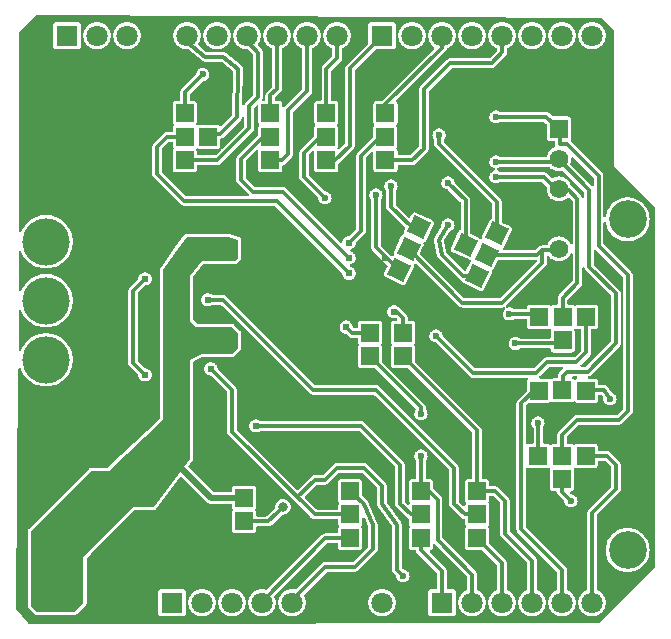
<source format=gbl>
G04 Layer: BottomLayer*
G04 EasyEDA v6.5.42, 2024-06-23 11:48:01*
G04 8461acd9e52441dfa5b1607b254f294a,2865ae9118a24060a17af6d01c9bcc73,10*
G04 Gerber Generator version 0.2*
G04 Scale: 100 percent, Rotated: No, Reflected: No *
G04 Dimensions in millimeters *
G04 leading zeros omitted , absolute positions ,4 integer and 5 decimal *
%FSLAX45Y45*%
%MOMM*%

%AMMACRO1*21,1,$1,$2,0,0,$3*%
%ADD10C,0.3000*%
%ADD11C,0.5000*%
%ADD12MACRO1,1.524X1.524X90.0000*%
%ADD13MACRO1,1.524X1.524X-90.0000*%
%ADD14MACRO1,1.524X1.524X0.0000*%
%ADD15MACRO1,1.524X1.524X65.0003*%
%ADD16MACRO1,1.524X1.524X64.9999*%
%ADD17MACRO1,1.524X1.524X-115.0001*%
%ADD18MACRO1,1.524X1.524X-114.9997*%
%ADD19C,1.5748*%
%ADD20R,1.5748X1.5748*%
%ADD21R,1.8000X1.8000*%
%ADD22C,1.8000*%
%ADD23C,4.0000*%
%ADD24C,3.2000*%
%ADD25C,0.6000*%
%ADD26C,0.8000*%
%ADD27C,0.5000*%
%ADD28C,0.6096*%
%ADD29C,0.6200*%
%ADD30C,0.0185*%

%LPD*%
G36*
X-3119323Y-3505200D02*
G01*
X-3122320Y-3504742D01*
X-3125063Y-3503422D01*
X-3127248Y-3501390D01*
X-3223564Y-3380994D01*
X-3225241Y-3377996D01*
X-3225749Y-3374542D01*
X-3204464Y-1348181D01*
X-3203600Y-1344218D01*
X-3201263Y-1340866D01*
X-3197860Y-1338732D01*
X-3193846Y-1338122D01*
X-3189884Y-1339088D01*
X-3186684Y-1341526D01*
X-3184652Y-1345031D01*
X-3182467Y-1351584D01*
X-3174034Y-1370685D01*
X-3163874Y-1388922D01*
X-3152089Y-1406093D01*
X-3138728Y-1422146D01*
X-3123996Y-1436928D01*
X-3107944Y-1450238D01*
X-3090722Y-1462024D01*
X-3072485Y-1472184D01*
X-3053435Y-1480616D01*
X-3033623Y-1487271D01*
X-3013303Y-1492046D01*
X-2992678Y-1494942D01*
X-2971800Y-1495856D01*
X-2950972Y-1494942D01*
X-2930296Y-1492046D01*
X-2909976Y-1487271D01*
X-2890215Y-1480616D01*
X-2871114Y-1472184D01*
X-2852877Y-1462024D01*
X-2835656Y-1450238D01*
X-2819603Y-1436928D01*
X-2804871Y-1422146D01*
X-2791561Y-1406093D01*
X-2779776Y-1388922D01*
X-2769616Y-1370685D01*
X-2761183Y-1351584D01*
X-2754528Y-1331823D01*
X-2749753Y-1311503D01*
X-2746857Y-1290828D01*
X-2745892Y-1270000D01*
X-2746857Y-1249121D01*
X-2749753Y-1228496D01*
X-2754528Y-1208176D01*
X-2761183Y-1188364D01*
X-2769616Y-1169314D01*
X-2779776Y-1151077D01*
X-2791561Y-1133856D01*
X-2804871Y-1117803D01*
X-2819603Y-1103020D01*
X-2835656Y-1089710D01*
X-2852877Y-1077925D01*
X-2871114Y-1067765D01*
X-2890215Y-1059332D01*
X-2909976Y-1052728D01*
X-2930296Y-1047953D01*
X-2950972Y-1045057D01*
X-2971800Y-1044092D01*
X-2992678Y-1045057D01*
X-3013303Y-1047953D01*
X-3033623Y-1052728D01*
X-3053435Y-1059332D01*
X-3072485Y-1067765D01*
X-3090722Y-1077925D01*
X-3107944Y-1089710D01*
X-3123996Y-1103020D01*
X-3138728Y-1117803D01*
X-3152089Y-1133856D01*
X-3163874Y-1151077D01*
X-3174034Y-1169314D01*
X-3182467Y-1188364D01*
X-3185007Y-1193393D01*
X-3188258Y-1195832D01*
X-3192221Y-1196797D01*
X-3196234Y-1196086D01*
X-3199688Y-1193901D01*
X-3201974Y-1190548D01*
X-3202736Y-1186535D01*
X-3200400Y-965149D01*
X-3200400Y-859078D01*
X-3199638Y-855218D01*
X-3197504Y-851966D01*
X-3194253Y-849731D01*
X-3190392Y-848918D01*
X-3186531Y-849630D01*
X-3183229Y-851763D01*
X-3180943Y-854964D01*
X-3174034Y-870661D01*
X-3163874Y-888898D01*
X-3152089Y-906119D01*
X-3138728Y-922172D01*
X-3123996Y-936904D01*
X-3107944Y-950264D01*
X-3090722Y-962050D01*
X-3072485Y-972210D01*
X-3053435Y-980643D01*
X-3033623Y-987247D01*
X-3013303Y-992022D01*
X-2992678Y-994918D01*
X-2971800Y-995883D01*
X-2950972Y-994918D01*
X-2930296Y-992022D01*
X-2909976Y-987247D01*
X-2890215Y-980643D01*
X-2871114Y-972210D01*
X-2852877Y-962050D01*
X-2835656Y-950264D01*
X-2819603Y-936904D01*
X-2804871Y-922172D01*
X-2791561Y-906119D01*
X-2779776Y-888898D01*
X-2769616Y-870661D01*
X-2761183Y-851611D01*
X-2754528Y-831799D01*
X-2749753Y-811479D01*
X-2746857Y-790854D01*
X-2745892Y-769975D01*
X-2746857Y-749147D01*
X-2749753Y-728472D01*
X-2754528Y-708152D01*
X-2761183Y-688390D01*
X-2769616Y-669290D01*
X-2779776Y-651052D01*
X-2791561Y-633831D01*
X-2804871Y-617778D01*
X-2819603Y-603046D01*
X-2835656Y-589737D01*
X-2852877Y-577900D01*
X-2871114Y-567791D01*
X-2890215Y-559358D01*
X-2909976Y-552704D01*
X-2930296Y-547928D01*
X-2950972Y-545033D01*
X-2971800Y-544068D01*
X-2992678Y-545033D01*
X-3013303Y-547928D01*
X-3033623Y-552704D01*
X-3053435Y-559358D01*
X-3072485Y-567791D01*
X-3090722Y-577900D01*
X-3107944Y-589737D01*
X-3123996Y-603046D01*
X-3138728Y-617778D01*
X-3152089Y-633831D01*
X-3163874Y-651052D01*
X-3174034Y-669290D01*
X-3180943Y-684987D01*
X-3183229Y-688238D01*
X-3186531Y-690321D01*
X-3190392Y-691032D01*
X-3194253Y-690219D01*
X-3197504Y-688035D01*
X-3199638Y-684733D01*
X-3200400Y-680872D01*
X-3200400Y-359105D01*
X-3199638Y-355244D01*
X-3197504Y-351942D01*
X-3194253Y-349758D01*
X-3190392Y-348945D01*
X-3186531Y-349656D01*
X-3183229Y-351739D01*
X-3180943Y-354990D01*
X-3174034Y-370687D01*
X-3163874Y-388924D01*
X-3152089Y-406095D01*
X-3138728Y-422148D01*
X-3123996Y-436930D01*
X-3107944Y-450240D01*
X-3090722Y-462026D01*
X-3072485Y-472185D01*
X-3053435Y-480618D01*
X-3033623Y-487273D01*
X-3013303Y-492048D01*
X-2992678Y-494944D01*
X-2971800Y-495858D01*
X-2950972Y-494944D01*
X-2930296Y-492048D01*
X-2909976Y-487273D01*
X-2890215Y-480618D01*
X-2871114Y-472185D01*
X-2852877Y-462026D01*
X-2835656Y-450240D01*
X-2819603Y-436930D01*
X-2804871Y-422148D01*
X-2791561Y-406095D01*
X-2779776Y-388924D01*
X-2769616Y-370687D01*
X-2761183Y-351586D01*
X-2754528Y-331825D01*
X-2749753Y-311505D01*
X-2746857Y-290830D01*
X-2745892Y-270002D01*
X-2746857Y-249123D01*
X-2749753Y-228498D01*
X-2754528Y-208178D01*
X-2761183Y-188366D01*
X-2769616Y-169316D01*
X-2779776Y-151079D01*
X-2791561Y-133858D01*
X-2804871Y-117805D01*
X-2819603Y-103022D01*
X-2835656Y-89712D01*
X-2852877Y-77927D01*
X-2871114Y-67767D01*
X-2890215Y-59334D01*
X-2909976Y-52730D01*
X-2930296Y-47955D01*
X-2950972Y-45059D01*
X-2971800Y-44094D01*
X-2992678Y-45059D01*
X-3013303Y-47955D01*
X-3033623Y-52730D01*
X-3053435Y-59334D01*
X-3072485Y-67767D01*
X-3090722Y-77927D01*
X-3107944Y-89712D01*
X-3123996Y-103022D01*
X-3138728Y-117805D01*
X-3152089Y-133858D01*
X-3163874Y-151079D01*
X-3174034Y-169316D01*
X-3180943Y-185013D01*
X-3183229Y-188214D01*
X-3186531Y-190347D01*
X-3190392Y-191058D01*
X-3194253Y-190246D01*
X-3197504Y-188010D01*
X-3199638Y-184759D01*
X-3200400Y-180898D01*
X-3200400Y1494383D01*
X-3199638Y1498295D01*
X-3197453Y1501597D01*
X-3050997Y1648002D01*
X-3047695Y1650238D01*
X-3043783Y1651000D01*
X1729384Y1624787D01*
X1733245Y1623974D01*
X1736496Y1621790D01*
X1830578Y1527708D01*
X1832813Y1524406D01*
X1833575Y1520545D01*
X1833575Y375767D01*
X1834286Y374040D01*
X2181961Y26365D01*
X2184146Y23063D01*
X2184958Y19151D01*
X2184958Y-3019653D01*
X2184146Y-3023565D01*
X2181961Y-3026867D01*
X1711553Y-3497275D01*
X1708251Y-3499459D01*
X1704390Y-3500272D01*
G37*

%LPC*%
G36*
X-1994458Y-3443274D02*
G01*
X-1815592Y-3443274D01*
X-1809242Y-3442563D01*
X-1803806Y-3440684D01*
X-1798878Y-3437585D01*
X-1794814Y-3433521D01*
X-1791716Y-3428593D01*
X-1789836Y-3423158D01*
X-1789125Y-3416808D01*
X-1789125Y-3237941D01*
X-1789836Y-3231642D01*
X-1791716Y-3226155D01*
X-1794814Y-3221278D01*
X-1798878Y-3217164D01*
X-1803806Y-3214116D01*
X-1809242Y-3212185D01*
X-1815592Y-3211474D01*
X-1994458Y-3211474D01*
X-2000757Y-3212185D01*
X-2006244Y-3214116D01*
X-2011121Y-3217164D01*
X-2015236Y-3221278D01*
X-2018284Y-3226155D01*
X-2020214Y-3231642D01*
X-2020925Y-3237941D01*
X-2020925Y-3416808D01*
X-2020214Y-3423158D01*
X-2018284Y-3428593D01*
X-2015236Y-3433521D01*
X-2011121Y-3437585D01*
X-2006244Y-3440684D01*
X-2000757Y-3442563D01*
G37*
G36*
X291541Y-3443274D02*
G01*
X470408Y-3443274D01*
X476758Y-3442563D01*
X482193Y-3440684D01*
X487121Y-3437585D01*
X491185Y-3433521D01*
X494284Y-3428593D01*
X496163Y-3423158D01*
X496874Y-3416808D01*
X496874Y-3237941D01*
X496163Y-3231642D01*
X494284Y-3226155D01*
X491185Y-3221278D01*
X487121Y-3217164D01*
X482193Y-3214116D01*
X476758Y-3212185D01*
X470408Y-3211474D01*
X433679Y-3211474D01*
X429768Y-3210712D01*
X426466Y-3208477D01*
X424281Y-3205226D01*
X423519Y-3201314D01*
X423519Y-3061868D01*
X422656Y-3053435D01*
X420319Y-3045764D01*
X416559Y-3038703D01*
X411175Y-3032099D01*
X279146Y-2900121D01*
X276910Y-2896666D01*
X276199Y-2892653D01*
X277114Y-2888640D01*
X279552Y-2885338D01*
X283108Y-2883306D01*
X290068Y-2880969D01*
X294894Y-2877921D01*
X299008Y-2873806D01*
X302056Y-2868930D01*
X303987Y-2863443D01*
X304698Y-2857144D01*
X304698Y-2840888D01*
X305460Y-2836976D01*
X307695Y-2833674D01*
X310946Y-2831490D01*
X314858Y-2830728D01*
X318770Y-2831490D01*
X322021Y-2833674D01*
X592683Y-3104337D01*
X594918Y-3107639D01*
X595680Y-3111550D01*
X595680Y-3211626D01*
X594868Y-3215589D01*
X592632Y-3218891D01*
X589280Y-3221075D01*
X585622Y-3222548D01*
X572871Y-3229559D01*
X561136Y-3238093D01*
X550519Y-3248050D01*
X541223Y-3259277D01*
X533450Y-3271570D01*
X527253Y-3284728D01*
X522732Y-3298545D01*
X519988Y-3312871D01*
X519074Y-3327400D01*
X519988Y-3341928D01*
X522732Y-3356203D01*
X527253Y-3370021D01*
X533450Y-3383229D01*
X541223Y-3395522D01*
X550519Y-3406698D01*
X561136Y-3416655D01*
X572871Y-3425240D01*
X585622Y-3432251D01*
X599186Y-3437585D01*
X613257Y-3441242D01*
X627735Y-3443020D01*
X642264Y-3443020D01*
X656691Y-3441242D01*
X670814Y-3437585D01*
X684326Y-3432251D01*
X697077Y-3425240D01*
X708863Y-3416655D01*
X719480Y-3406698D01*
X728726Y-3395522D01*
X736549Y-3383229D01*
X742746Y-3370021D01*
X747217Y-3356203D01*
X749960Y-3341928D01*
X750874Y-3327400D01*
X749960Y-3312871D01*
X747217Y-3298545D01*
X742746Y-3284728D01*
X736549Y-3271570D01*
X728726Y-3259277D01*
X719480Y-3248050D01*
X708863Y-3238093D01*
X697077Y-3229559D01*
X683920Y-3222345D01*
X680567Y-3220161D01*
X678281Y-3216859D01*
X677519Y-3212896D01*
X677519Y-3090875D01*
X676656Y-3082391D01*
X674319Y-3074771D01*
X670560Y-3067710D01*
X665175Y-3061106D01*
X387654Y-2783636D01*
X385470Y-2780334D01*
X384708Y-2776423D01*
X384708Y-2453741D01*
X383844Y-2445308D01*
X381558Y-2437638D01*
X377748Y-2430576D01*
X372364Y-2423972D01*
X307695Y-2359304D01*
X305460Y-2356002D01*
X304698Y-2352090D01*
X304698Y-2305862D01*
X303987Y-2299563D01*
X302056Y-2294077D01*
X299008Y-2289200D01*
X294894Y-2285085D01*
X290017Y-2282037D01*
X284530Y-2280107D01*
X278231Y-2279396D01*
X254254Y-2279396D01*
X250393Y-2278634D01*
X247091Y-2276398D01*
X244906Y-2273147D01*
X244094Y-2269236D01*
X244094Y-2124608D01*
X244602Y-2121509D01*
X245922Y-2118766D01*
X251561Y-2110689D01*
X255676Y-2101900D01*
X258216Y-2092452D01*
X259079Y-2082800D01*
X258216Y-2073097D01*
X255676Y-2063648D01*
X251561Y-2054860D01*
X245973Y-2046884D01*
X239115Y-2039975D01*
X231140Y-2034387D01*
X222300Y-2030272D01*
X212902Y-2027732D01*
X203200Y-2026920D01*
X193497Y-2027732D01*
X184099Y-2030272D01*
X175260Y-2034387D01*
X167284Y-2039975D01*
X160426Y-2046884D01*
X154838Y-2054860D01*
X150723Y-2063648D01*
X148183Y-2073097D01*
X147320Y-2082800D01*
X148183Y-2092452D01*
X150723Y-2101900D01*
X154838Y-2110689D01*
X160477Y-2118766D01*
X161798Y-2121509D01*
X162306Y-2124608D01*
X162306Y-2269236D01*
X161544Y-2273147D01*
X159308Y-2276398D01*
X156006Y-2278634D01*
X152146Y-2279396D01*
X126949Y-2279396D01*
X120650Y-2280107D01*
X115163Y-2282037D01*
X110286Y-2285085D01*
X106172Y-2289200D01*
X103124Y-2294077D01*
X101193Y-2299563D01*
X100482Y-2305862D01*
X100482Y-2457145D01*
X101193Y-2463444D01*
X103124Y-2468930D01*
X106172Y-2473807D01*
X109372Y-2478379D01*
X109880Y-2482799D01*
X108458Y-2487066D01*
X104851Y-2493010D01*
X102412Y-2495753D01*
X99212Y-2497429D01*
X95554Y-2497886D01*
X91998Y-2497023D01*
X89001Y-2494940D01*
X69291Y-2475230D01*
X67056Y-2471928D01*
X66294Y-2468016D01*
X66294Y-2159457D01*
X65481Y-2151024D01*
X63144Y-2143353D01*
X59385Y-2136292D01*
X53949Y-2129688D01*
X-275539Y-1800199D01*
X-282143Y-1794814D01*
X-289204Y-1791004D01*
X-296875Y-1788718D01*
X-305308Y-1787855D01*
X-1151128Y-1787855D01*
X-1154226Y-1787398D01*
X-1156970Y-1786026D01*
X-1165606Y-1779981D01*
X-1174546Y-1775815D01*
X-1183995Y-1773275D01*
X-1193800Y-1772412D01*
X-1203604Y-1773275D01*
X-1213053Y-1775815D01*
X-1221994Y-1779981D01*
X-1230020Y-1785620D01*
X-1236980Y-1792528D01*
X-1242618Y-1800606D01*
X-1246733Y-1809496D01*
X-1249273Y-1818995D01*
X-1250137Y-1828800D01*
X-1249273Y-1838553D01*
X-1246733Y-1848053D01*
X-1242618Y-1856943D01*
X-1236980Y-1865020D01*
X-1230020Y-1871929D01*
X-1221994Y-1877568D01*
X-1213053Y-1881733D01*
X-1203604Y-1884273D01*
X-1193800Y-1885137D01*
X-1183995Y-1884273D01*
X-1174546Y-1881733D01*
X-1165606Y-1877568D01*
X-1156970Y-1871522D01*
X-1154226Y-1870151D01*
X-1151128Y-1869693D01*
X-325983Y-1869693D01*
X-322072Y-1870456D01*
X-318770Y-1872640D01*
X-18491Y-2172919D01*
X-16256Y-2176221D01*
X-15494Y-2180132D01*
X-15494Y-2488692D01*
X-14681Y-2497124D01*
X-12344Y-2504795D01*
X-8585Y-2511856D01*
X-3200Y-2518460D01*
X85953Y-2607564D01*
X92506Y-2612999D01*
X97586Y-2615692D01*
X100431Y-2617978D01*
X102311Y-2621076D01*
X102971Y-2624683D01*
X102971Y-2654655D01*
X103682Y-2660954D01*
X105613Y-2666441D01*
X111404Y-2675128D01*
X112166Y-2679039D01*
X111404Y-2682900D01*
X109169Y-2686202D01*
X106172Y-2689199D01*
X103124Y-2694076D01*
X101193Y-2699562D01*
X100482Y-2705862D01*
X100482Y-2857144D01*
X101193Y-2863443D01*
X103124Y-2868930D01*
X106172Y-2873806D01*
X110286Y-2877921D01*
X115163Y-2880969D01*
X120650Y-2882900D01*
X126949Y-2883611D01*
X153212Y-2883611D01*
X157429Y-2884525D01*
X160883Y-2887065D01*
X162966Y-2890824D01*
X164846Y-2897022D01*
X168605Y-2904083D01*
X173990Y-2910687D01*
X338683Y-3075330D01*
X340918Y-3078632D01*
X341680Y-3082544D01*
X341680Y-3201314D01*
X340918Y-3205226D01*
X338683Y-3208477D01*
X335432Y-3210712D01*
X331520Y-3211474D01*
X291541Y-3211474D01*
X285242Y-3212185D01*
X279755Y-3214116D01*
X274878Y-3217164D01*
X270764Y-3221278D01*
X267716Y-3226155D01*
X265785Y-3231642D01*
X265074Y-3237941D01*
X265074Y-3416808D01*
X265785Y-3423158D01*
X267716Y-3428593D01*
X270764Y-3433521D01*
X274878Y-3437585D01*
X279755Y-3440684D01*
X285242Y-3442563D01*
G37*
G36*
X-1404264Y-3443020D02*
G01*
X-1389735Y-3443020D01*
X-1375308Y-3441242D01*
X-1361186Y-3437585D01*
X-1347673Y-3432251D01*
X-1334922Y-3425240D01*
X-1323136Y-3416655D01*
X-1312519Y-3406698D01*
X-1303274Y-3395522D01*
X-1295450Y-3383229D01*
X-1289253Y-3370021D01*
X-1284782Y-3356203D01*
X-1282039Y-3341928D01*
X-1281125Y-3327400D01*
X-1282039Y-3312871D01*
X-1284782Y-3298545D01*
X-1289253Y-3284728D01*
X-1295450Y-3271570D01*
X-1303274Y-3259277D01*
X-1312519Y-3248050D01*
X-1323136Y-3238093D01*
X-1334922Y-3229559D01*
X-1347673Y-3222548D01*
X-1361186Y-3217164D01*
X-1375308Y-3213557D01*
X-1389735Y-3211728D01*
X-1404264Y-3211728D01*
X-1418742Y-3213557D01*
X-1432814Y-3217164D01*
X-1446377Y-3222548D01*
X-1459128Y-3229559D01*
X-1470863Y-3238093D01*
X-1481480Y-3248050D01*
X-1490776Y-3259277D01*
X-1498549Y-3271570D01*
X-1504746Y-3284728D01*
X-1509268Y-3298545D01*
X-1512011Y-3312871D01*
X-1512925Y-3327400D01*
X-1512011Y-3341928D01*
X-1509268Y-3356203D01*
X-1504746Y-3370021D01*
X-1498549Y-3383229D01*
X-1490776Y-3395522D01*
X-1481480Y-3406698D01*
X-1470863Y-3416655D01*
X-1459128Y-3425240D01*
X-1446377Y-3432251D01*
X-1432814Y-3437585D01*
X-1418742Y-3441242D01*
G37*
G36*
X-134264Y-3443020D02*
G01*
X-119735Y-3443020D01*
X-105308Y-3441242D01*
X-91186Y-3437585D01*
X-77673Y-3432251D01*
X-64922Y-3425240D01*
X-53136Y-3416655D01*
X-42519Y-3406698D01*
X-33274Y-3395522D01*
X-25450Y-3383229D01*
X-19253Y-3370021D01*
X-14782Y-3356203D01*
X-12039Y-3341928D01*
X-11125Y-3327400D01*
X-12039Y-3312871D01*
X-14782Y-3298545D01*
X-19253Y-3284728D01*
X-25450Y-3271570D01*
X-33274Y-3259277D01*
X-42519Y-3248050D01*
X-53136Y-3238093D01*
X-64922Y-3229559D01*
X-77673Y-3222548D01*
X-91186Y-3217164D01*
X-105308Y-3213557D01*
X-119735Y-3211728D01*
X-134264Y-3211728D01*
X-148742Y-3213557D01*
X-162814Y-3217164D01*
X-176377Y-3222548D01*
X-189128Y-3229559D01*
X-200863Y-3238093D01*
X-211480Y-3248050D01*
X-220776Y-3259277D01*
X-228549Y-3271570D01*
X-234746Y-3284728D01*
X-239267Y-3298545D01*
X-242011Y-3312871D01*
X-242925Y-3327400D01*
X-242011Y-3341928D01*
X-239267Y-3356203D01*
X-234746Y-3370021D01*
X-228549Y-3383229D01*
X-220776Y-3395522D01*
X-211480Y-3406698D01*
X-200863Y-3416655D01*
X-189128Y-3425240D01*
X-176377Y-3432251D01*
X-162814Y-3437585D01*
X-148742Y-3441242D01*
G37*
G36*
X-1658264Y-3443020D02*
G01*
X-1643735Y-3443020D01*
X-1629308Y-3441242D01*
X-1615186Y-3437585D01*
X-1601673Y-3432251D01*
X-1588922Y-3425240D01*
X-1577136Y-3416655D01*
X-1566519Y-3406698D01*
X-1557274Y-3395522D01*
X-1549450Y-3383229D01*
X-1543253Y-3370021D01*
X-1538782Y-3356203D01*
X-1536039Y-3341928D01*
X-1535125Y-3327400D01*
X-1536039Y-3312871D01*
X-1538782Y-3298545D01*
X-1543253Y-3284728D01*
X-1549450Y-3271570D01*
X-1557274Y-3259277D01*
X-1566519Y-3248050D01*
X-1577136Y-3238093D01*
X-1588922Y-3229559D01*
X-1601673Y-3222548D01*
X-1615186Y-3217164D01*
X-1629308Y-3213557D01*
X-1643735Y-3211728D01*
X-1658264Y-3211728D01*
X-1672742Y-3213557D01*
X-1686814Y-3217164D01*
X-1700377Y-3222548D01*
X-1713128Y-3229559D01*
X-1724863Y-3238093D01*
X-1735480Y-3248050D01*
X-1744776Y-3259277D01*
X-1752549Y-3271570D01*
X-1758746Y-3284728D01*
X-1763268Y-3298545D01*
X-1766011Y-3312871D01*
X-1766925Y-3327400D01*
X-1766011Y-3341928D01*
X-1763268Y-3356203D01*
X-1758746Y-3370021D01*
X-1752549Y-3383229D01*
X-1744776Y-3395522D01*
X-1735480Y-3406698D01*
X-1724863Y-3416655D01*
X-1713128Y-3425240D01*
X-1700377Y-3432251D01*
X-1686814Y-3437585D01*
X-1672742Y-3441242D01*
G37*
G36*
X-1150264Y-3443020D02*
G01*
X-1135735Y-3443020D01*
X-1121308Y-3441242D01*
X-1107186Y-3437585D01*
X-1093673Y-3432251D01*
X-1080922Y-3425240D01*
X-1069136Y-3416655D01*
X-1058519Y-3406698D01*
X-1049274Y-3395522D01*
X-1041450Y-3383229D01*
X-1035253Y-3370021D01*
X-1030782Y-3356203D01*
X-1028039Y-3341928D01*
X-1027125Y-3327400D01*
X-1028039Y-3312871D01*
X-1030782Y-3298545D01*
X-1035253Y-3284728D01*
X-1037844Y-3279190D01*
X-1038809Y-3275177D01*
X-1038098Y-3271113D01*
X-1035862Y-3267710D01*
X-593445Y-2825242D01*
X-590143Y-2823057D01*
X-586282Y-2822295D01*
X-509625Y-2822295D01*
X-505714Y-2823057D01*
X-502462Y-2825242D01*
X-500227Y-2828544D01*
X-499465Y-2832455D01*
X-499465Y-2857144D01*
X-498754Y-2863443D01*
X-496824Y-2868930D01*
X-493776Y-2873806D01*
X-489661Y-2877921D01*
X-484784Y-2880969D01*
X-479298Y-2882900D01*
X-472998Y-2883611D01*
X-321716Y-2883611D01*
X-315417Y-2882900D01*
X-309930Y-2880969D01*
X-305054Y-2877921D01*
X-300939Y-2873806D01*
X-297891Y-2868930D01*
X-295960Y-2863443D01*
X-295249Y-2857144D01*
X-295249Y-2705862D01*
X-295960Y-2699562D01*
X-297891Y-2694076D01*
X-303631Y-2685389D01*
X-304444Y-2681528D01*
X-303631Y-2677617D01*
X-301447Y-2674315D01*
X-298450Y-2671318D01*
X-295402Y-2666441D01*
X-293471Y-2660954D01*
X-292760Y-2654655D01*
X-292760Y-2611374D01*
X-291998Y-2607513D01*
X-289814Y-2604211D01*
X-286562Y-2602026D01*
X-282651Y-2601214D01*
X-278790Y-2601976D01*
X-275488Y-2604109D01*
X-273253Y-2607360D01*
X-244906Y-2673502D01*
X-244094Y-2677464D01*
X-244094Y-2849016D01*
X-244856Y-2852928D01*
X-247091Y-2856230D01*
X-369570Y-2978708D01*
X-372872Y-2980893D01*
X-376732Y-2981655D01*
X-609092Y-2981655D01*
X-617575Y-2982518D01*
X-625246Y-2984804D01*
X-632307Y-2988614D01*
X-638860Y-2993999D01*
X-856132Y-3211271D01*
X-858977Y-3213252D01*
X-862380Y-3214217D01*
X-881735Y-3211728D01*
X-896264Y-3211728D01*
X-910742Y-3213557D01*
X-924814Y-3217164D01*
X-938377Y-3222548D01*
X-951128Y-3229559D01*
X-962863Y-3238093D01*
X-973480Y-3248050D01*
X-982776Y-3259277D01*
X-990549Y-3271570D01*
X-996746Y-3284728D01*
X-1001268Y-3298545D01*
X-1004011Y-3312871D01*
X-1004925Y-3327400D01*
X-1004011Y-3341928D01*
X-1001268Y-3356203D01*
X-996746Y-3370021D01*
X-990549Y-3383229D01*
X-982776Y-3395522D01*
X-973480Y-3406698D01*
X-962863Y-3416655D01*
X-951128Y-3425240D01*
X-938377Y-3432251D01*
X-924814Y-3437585D01*
X-910742Y-3441242D01*
X-896264Y-3443020D01*
X-881735Y-3443020D01*
X-867308Y-3441242D01*
X-853186Y-3437585D01*
X-839673Y-3432251D01*
X-826922Y-3425240D01*
X-815136Y-3416655D01*
X-804519Y-3406698D01*
X-795274Y-3395522D01*
X-787450Y-3383229D01*
X-781253Y-3370021D01*
X-776782Y-3356203D01*
X-774039Y-3341928D01*
X-773125Y-3327400D01*
X-774039Y-3312871D01*
X-776782Y-3298545D01*
X-781253Y-3284728D01*
X-789584Y-3267151D01*
X-789787Y-3263747D01*
X-788822Y-3260445D01*
X-786841Y-3257702D01*
X-595630Y-3066440D01*
X-592328Y-3064256D01*
X-588467Y-3063494D01*
X-356108Y-3063494D01*
X-347624Y-3062630D01*
X-339953Y-3060344D01*
X-332892Y-3056534D01*
X-326339Y-3051149D01*
X-174650Y-2899460D01*
X-169214Y-2892856D01*
X-165455Y-2885795D01*
X-163118Y-2878124D01*
X-162306Y-2869692D01*
X-162306Y-2667508D01*
X-163118Y-2659075D01*
X-165811Y-2650388D01*
X-241757Y-2473147D01*
X-246481Y-2464968D01*
X-252221Y-2458618D01*
X-291947Y-2422347D01*
X-294386Y-2418943D01*
X-295249Y-2414828D01*
X-295249Y-2305862D01*
X-295960Y-2299563D01*
X-297891Y-2294077D01*
X-300939Y-2289200D01*
X-305054Y-2285085D01*
X-309930Y-2282037D01*
X-315417Y-2280107D01*
X-321716Y-2279396D01*
X-472998Y-2279396D01*
X-479298Y-2280107D01*
X-484784Y-2282037D01*
X-489661Y-2285085D01*
X-493776Y-2289200D01*
X-496824Y-2294077D01*
X-498754Y-2299563D01*
X-499465Y-2305862D01*
X-499465Y-2457145D01*
X-498754Y-2463444D01*
X-496824Y-2468930D01*
X-493776Y-2473807D01*
X-491032Y-2477363D01*
X-490067Y-2480614D01*
X-490270Y-2484018D01*
X-491591Y-2487168D01*
X-494334Y-2491587D01*
X-496265Y-2497074D01*
X-496976Y-2503373D01*
X-496976Y-2527960D01*
X-497738Y-2531821D01*
X-499973Y-2535123D01*
X-503224Y-2537358D01*
X-507136Y-2538120D01*
X-676452Y-2538120D01*
X-680313Y-2537358D01*
X-683615Y-2535123D01*
X-777240Y-2441498D01*
X-779475Y-2438196D01*
X-780237Y-2434285D01*
X-779475Y-2430424D01*
X-777240Y-2427122D01*
X-680008Y-2329840D01*
X-676706Y-2327656D01*
X-672846Y-2326894D01*
X-610108Y-2326894D01*
X-601624Y-2326030D01*
X-593953Y-2323744D01*
X-586892Y-2319934D01*
X-580339Y-2314549D01*
X-494030Y-2228240D01*
X-490728Y-2226056D01*
X-486867Y-2225294D01*
X-300583Y-2225294D01*
X-296672Y-2226056D01*
X-293370Y-2228240D01*
X-170891Y-2350770D01*
X-168656Y-2354021D01*
X-167894Y-2357932D01*
X-167894Y-2489098D01*
X-166827Y-2498394D01*
X-164236Y-2505964D01*
X-160020Y-2513380D01*
X-42824Y-2677464D01*
X-41402Y-2680258D01*
X-40894Y-2683357D01*
X-40894Y-3047492D01*
X-40081Y-3055924D01*
X-37744Y-3063595D01*
X-33985Y-3070656D01*
X-28549Y-3077260D01*
X-7518Y-3098342D01*
X-5486Y-3101187D01*
X-4572Y-3104642D01*
X-4216Y-3108502D01*
X-1727Y-3117900D01*
X2387Y-3126740D01*
X7975Y-3134715D01*
X14884Y-3141573D01*
X22860Y-3147161D01*
X31699Y-3151276D01*
X41097Y-3153816D01*
X50800Y-3154629D01*
X60502Y-3153816D01*
X69900Y-3151276D01*
X78740Y-3147161D01*
X86715Y-3141573D01*
X93573Y-3134715D01*
X99161Y-3126740D01*
X103276Y-3117900D01*
X105816Y-3108502D01*
X106680Y-3098800D01*
X105816Y-3089097D01*
X103276Y-3079699D01*
X99161Y-3070860D01*
X93573Y-3062884D01*
X86715Y-3055975D01*
X78740Y-3050387D01*
X69900Y-3046272D01*
X60502Y-3043783D01*
X56692Y-3043428D01*
X53238Y-3042513D01*
X50393Y-3040481D01*
X43891Y-3034030D01*
X41706Y-3030728D01*
X40894Y-3026816D01*
X40894Y-2667101D01*
X39827Y-2657805D01*
X37236Y-2650185D01*
X33020Y-2642819D01*
X-84175Y-2478735D01*
X-85598Y-2475890D01*
X-86106Y-2472791D01*
X-86106Y-2337257D01*
X-86918Y-2328824D01*
X-89255Y-2321153D01*
X-93014Y-2314092D01*
X-98450Y-2307488D01*
X-250139Y-2155799D01*
X-256743Y-2150414D01*
X-263804Y-2146604D01*
X-271475Y-2144318D01*
X-279908Y-2143455D01*
X-507492Y-2143455D01*
X-515975Y-2144318D01*
X-523646Y-2146604D01*
X-530707Y-2150414D01*
X-537260Y-2155799D01*
X-623570Y-2242108D01*
X-626872Y-2244293D01*
X-630732Y-2245055D01*
X-693470Y-2245055D01*
X-701954Y-2245918D01*
X-709625Y-2248204D01*
X-716686Y-2252014D01*
X-723239Y-2257399D01*
X-835101Y-2369261D01*
X-838403Y-2371445D01*
X-842264Y-2372258D01*
X-846175Y-2371445D01*
X-849477Y-2369261D01*
X-1353108Y-1865630D01*
X-1355293Y-1862328D01*
X-1356106Y-1858416D01*
X-1356106Y-1524457D01*
X-1356918Y-1516024D01*
X-1359255Y-1508353D01*
X-1363014Y-1501292D01*
X-1368450Y-1494688D01*
X-1515414Y-1347724D01*
X-1517446Y-1344828D01*
X-1518310Y-1341424D01*
X-1518767Y-1336548D01*
X-1521155Y-1327251D01*
X-1525168Y-1318463D01*
X-1530553Y-1310436D01*
X-1537208Y-1303477D01*
X-1544980Y-1297736D01*
X-1553616Y-1293418D01*
X-1562811Y-1290574D01*
X-1572361Y-1289354D01*
X-1582013Y-1289761D01*
X-1591462Y-1291793D01*
X-1600403Y-1295400D01*
X-1608632Y-1300429D01*
X-1615846Y-1306830D01*
X-1621942Y-1314348D01*
X-1626616Y-1322730D01*
X-1629816Y-1331823D01*
X-1631442Y-1341374D01*
X-1631442Y-1350975D01*
X-1629816Y-1360525D01*
X-1626616Y-1369618D01*
X-1621942Y-1378000D01*
X-1615846Y-1385519D01*
X-1608632Y-1391920D01*
X-1600403Y-1396949D01*
X-1591462Y-1400556D01*
X-1582013Y-1402588D01*
X-1579930Y-1402689D01*
X-1576273Y-1403502D01*
X-1573174Y-1405636D01*
X-1440891Y-1537919D01*
X-1438656Y-1541221D01*
X-1437894Y-1545132D01*
X-1437894Y-1879092D01*
X-1437081Y-1887524D01*
X-1434744Y-1895195D01*
X-1430985Y-1902256D01*
X-1425549Y-1908860D01*
X-726846Y-2607564D01*
X-720293Y-2612999D01*
X-713232Y-2616758D01*
X-705561Y-2619095D01*
X-697077Y-2619908D01*
X-507136Y-2619908D01*
X-503224Y-2620721D01*
X-499973Y-2622905D01*
X-497738Y-2626207D01*
X-496976Y-2630068D01*
X-496976Y-2654655D01*
X-496265Y-2660954D01*
X-494334Y-2666441D01*
X-488543Y-2675128D01*
X-487781Y-2679039D01*
X-488543Y-2682900D01*
X-490778Y-2686202D01*
X-493776Y-2689199D01*
X-496824Y-2694076D01*
X-498754Y-2699562D01*
X-499465Y-2705862D01*
X-499465Y-2730296D01*
X-500227Y-2734208D01*
X-502462Y-2737510D01*
X-505714Y-2739694D01*
X-509625Y-2740456D01*
X-606907Y-2740456D01*
X-615391Y-2741320D01*
X-623062Y-2743606D01*
X-630123Y-2747416D01*
X-636676Y-2752801D01*
X-1098194Y-3214319D01*
X-1101039Y-3216351D01*
X-1104442Y-3217265D01*
X-1107897Y-3217011D01*
X-1121308Y-3213557D01*
X-1135735Y-3211728D01*
X-1150264Y-3211728D01*
X-1164742Y-3213557D01*
X-1178814Y-3217164D01*
X-1192377Y-3222548D01*
X-1205128Y-3229559D01*
X-1216863Y-3238093D01*
X-1227480Y-3248050D01*
X-1236776Y-3259277D01*
X-1244549Y-3271570D01*
X-1250746Y-3284728D01*
X-1255268Y-3298545D01*
X-1258011Y-3312871D01*
X-1258925Y-3327400D01*
X-1258011Y-3341928D01*
X-1255268Y-3356203D01*
X-1250746Y-3370021D01*
X-1244549Y-3383229D01*
X-1236776Y-3395522D01*
X-1227480Y-3406698D01*
X-1216863Y-3416655D01*
X-1205128Y-3425240D01*
X-1192377Y-3432251D01*
X-1178814Y-3437585D01*
X-1164742Y-3441242D01*
G37*
G36*
X881735Y-3443020D02*
G01*
X896264Y-3443020D01*
X910691Y-3441242D01*
X924814Y-3437585D01*
X938326Y-3432251D01*
X951077Y-3425240D01*
X962863Y-3416655D01*
X973480Y-3406698D01*
X982726Y-3395522D01*
X990549Y-3383229D01*
X996746Y-3370021D01*
X1001217Y-3356203D01*
X1003960Y-3341928D01*
X1004874Y-3327400D01*
X1003960Y-3312871D01*
X1001217Y-3298545D01*
X996746Y-3284728D01*
X990549Y-3271570D01*
X982726Y-3259277D01*
X973480Y-3248050D01*
X962863Y-3238093D01*
X951077Y-3229559D01*
X937920Y-3222345D01*
X934567Y-3220161D01*
X932281Y-3216859D01*
X931519Y-3212896D01*
X931519Y-2994863D01*
X930656Y-2986430D01*
X928319Y-2978759D01*
X924560Y-2971698D01*
X919175Y-2965094D01*
X782675Y-2828594D01*
X780440Y-2825292D01*
X779678Y-2821432D01*
X779678Y-2705862D01*
X778967Y-2699562D01*
X777036Y-2694076D01*
X771296Y-2685389D01*
X770483Y-2681528D01*
X771296Y-2677617D01*
X773480Y-2674315D01*
X776478Y-2671318D01*
X779526Y-2666441D01*
X781456Y-2660954D01*
X782167Y-2654655D01*
X782167Y-2503373D01*
X781456Y-2497074D01*
X779526Y-2491587D01*
X776478Y-2486710D01*
X773734Y-2483154D01*
X772769Y-2479903D01*
X772972Y-2476500D01*
X774293Y-2473350D01*
X777036Y-2468930D01*
X778967Y-2463444D01*
X779678Y-2457145D01*
X779678Y-2432456D01*
X780440Y-2428544D01*
X782675Y-2425242D01*
X785926Y-2423058D01*
X789838Y-2422296D01*
X810818Y-2422296D01*
X814730Y-2423058D01*
X818032Y-2425242D01*
X870508Y-2477770D01*
X872693Y-2481021D01*
X873506Y-2484932D01*
X873506Y-2742692D01*
X874318Y-2751124D01*
X876655Y-2758795D01*
X880414Y-2765856D01*
X885850Y-2772460D01*
X1100734Y-2987344D01*
X1102918Y-2990646D01*
X1103680Y-2994507D01*
X1103680Y-3211626D01*
X1102918Y-3215589D01*
X1100632Y-3218891D01*
X1097280Y-3221075D01*
X1093622Y-3222548D01*
X1080871Y-3229559D01*
X1069136Y-3238093D01*
X1058519Y-3248050D01*
X1049223Y-3259277D01*
X1041450Y-3271570D01*
X1035253Y-3284728D01*
X1030732Y-3298545D01*
X1027988Y-3312871D01*
X1027074Y-3327400D01*
X1027988Y-3341928D01*
X1030732Y-3356203D01*
X1035253Y-3370021D01*
X1041450Y-3383229D01*
X1049223Y-3395522D01*
X1058519Y-3406698D01*
X1069136Y-3416655D01*
X1080871Y-3425240D01*
X1093622Y-3432251D01*
X1107186Y-3437585D01*
X1121257Y-3441242D01*
X1135735Y-3443020D01*
X1150264Y-3443020D01*
X1164691Y-3441242D01*
X1178814Y-3437585D01*
X1192326Y-3432251D01*
X1205077Y-3425240D01*
X1216863Y-3416655D01*
X1227480Y-3406698D01*
X1236726Y-3395522D01*
X1244549Y-3383229D01*
X1250746Y-3370021D01*
X1255217Y-3356203D01*
X1257960Y-3341928D01*
X1258874Y-3327400D01*
X1257960Y-3312871D01*
X1255217Y-3298545D01*
X1250746Y-3284728D01*
X1244549Y-3271570D01*
X1236726Y-3259277D01*
X1227480Y-3248050D01*
X1216863Y-3238093D01*
X1205077Y-3229559D01*
X1191920Y-3222345D01*
X1188567Y-3220161D01*
X1186281Y-3216859D01*
X1185519Y-3212896D01*
X1185519Y-2973882D01*
X1184656Y-2965399D01*
X1182370Y-2957728D01*
X1178560Y-2950667D01*
X1173175Y-2944114D01*
X958291Y-2729230D01*
X956106Y-2725928D01*
X955294Y-2722016D01*
X955294Y-2464257D01*
X954481Y-2455824D01*
X952144Y-2448153D01*
X948385Y-2441092D01*
X942949Y-2434488D01*
X861263Y-2352802D01*
X854659Y-2347417D01*
X847598Y-2343607D01*
X839927Y-2341321D01*
X831494Y-2340457D01*
X789838Y-2340457D01*
X785926Y-2339695D01*
X782675Y-2337511D01*
X780440Y-2334209D01*
X779678Y-2330297D01*
X779678Y-2305862D01*
X778967Y-2299563D01*
X777036Y-2294077D01*
X773988Y-2289200D01*
X769874Y-2285085D01*
X764997Y-2282037D01*
X759510Y-2280107D01*
X753211Y-2279396D01*
X728624Y-2279396D01*
X724763Y-2278634D01*
X721461Y-2276398D01*
X719277Y-2273147D01*
X718464Y-2269236D01*
X718464Y-1868627D01*
X717651Y-1860194D01*
X715314Y-1852523D01*
X711555Y-1845462D01*
X706120Y-1838858D01*
X155854Y-1288592D01*
X153670Y-1285290D01*
X152908Y-1281430D01*
X152908Y-1165758D01*
X152196Y-1159408D01*
X150266Y-1153972D01*
X144475Y-1145286D01*
X143713Y-1141374D01*
X144475Y-1137513D01*
X147167Y-1133703D01*
X150266Y-1128776D01*
X152196Y-1123340D01*
X152908Y-1116990D01*
X152908Y-965758D01*
X152196Y-959408D01*
X150266Y-953973D01*
X147167Y-949096D01*
X143103Y-944981D01*
X138176Y-941882D01*
X132740Y-940003D01*
X126441Y-939292D01*
X101854Y-939292D01*
X97993Y-938479D01*
X94691Y-936294D01*
X92506Y-932992D01*
X91694Y-929132D01*
X91694Y-914908D01*
X90881Y-906424D01*
X88544Y-898753D01*
X84785Y-891692D01*
X79349Y-885139D01*
X28041Y-833831D01*
X21488Y-828395D01*
X17018Y-826008D01*
X14630Y-824230D01*
X9601Y-819200D01*
X1574Y-813562D01*
X-7366Y-809447D01*
X-16814Y-806907D01*
X-26619Y-806043D01*
X-36423Y-806907D01*
X-45872Y-809447D01*
X-54813Y-813562D01*
X-62839Y-819200D01*
X-69799Y-826160D01*
X-75438Y-834186D01*
X-79552Y-843127D01*
X-82092Y-852576D01*
X-82956Y-862380D01*
X-82092Y-872185D01*
X-79552Y-881634D01*
X-75438Y-890574D01*
X-69799Y-898601D01*
X-62839Y-905560D01*
X-54813Y-911199D01*
X-45872Y-915314D01*
X-36423Y-917854D01*
X-26619Y-918718D01*
X-16814Y-917854D01*
X-12039Y-916584D01*
X-8534Y-916279D01*
X-5130Y-917194D01*
X-2235Y-919226D01*
X508Y-921918D01*
X2692Y-925220D01*
X3454Y-929132D01*
X2692Y-932992D01*
X508Y-936294D01*
X-2794Y-938479D01*
X-6705Y-939292D01*
X-24841Y-939292D01*
X-31140Y-940003D01*
X-36626Y-941882D01*
X-41503Y-944981D01*
X-45618Y-949096D01*
X-48717Y-953973D01*
X-50596Y-959408D01*
X-51308Y-965758D01*
X-51308Y-1116990D01*
X-50596Y-1123340D01*
X-48717Y-1128776D01*
X-42926Y-1137513D01*
X-42164Y-1141374D01*
X-42926Y-1145286D01*
X-48717Y-1153972D01*
X-50596Y-1159408D01*
X-51308Y-1165758D01*
X-51308Y-1316990D01*
X-50596Y-1323340D01*
X-48717Y-1328775D01*
X-45618Y-1333703D01*
X-41503Y-1337767D01*
X-36626Y-1340866D01*
X-31140Y-1342796D01*
X-24841Y-1343507D01*
X90881Y-1343507D01*
X94742Y-1344269D01*
X98044Y-1346454D01*
X633679Y-1882089D01*
X635914Y-1885391D01*
X636676Y-1889302D01*
X636676Y-2269236D01*
X635914Y-2273147D01*
X633679Y-2276398D01*
X630377Y-2278634D01*
X626516Y-2279396D01*
X601929Y-2279396D01*
X595630Y-2280107D01*
X590143Y-2282037D01*
X585266Y-2285085D01*
X581152Y-2289200D01*
X578104Y-2294077D01*
X576173Y-2299563D01*
X575462Y-2305862D01*
X575462Y-2457145D01*
X576173Y-2463444D01*
X578104Y-2468930D01*
X581152Y-2473807D01*
X583895Y-2477363D01*
X584860Y-2480614D01*
X584657Y-2484018D01*
X583336Y-2487168D01*
X580593Y-2491587D01*
X578662Y-2497074D01*
X577951Y-2503373D01*
X576834Y-2506980D01*
X574497Y-2509926D01*
X571195Y-2511806D01*
X567486Y-2512364D01*
X563778Y-2511552D01*
X560679Y-2509418D01*
X526491Y-2475230D01*
X524256Y-2471928D01*
X523493Y-2468016D01*
X523493Y-2184908D01*
X522681Y-2176424D01*
X520344Y-2168753D01*
X516585Y-2161692D01*
X511149Y-2155139D01*
X-148539Y-1495399D01*
X-155092Y-1490014D01*
X-162153Y-1486204D01*
X-169824Y-1483918D01*
X-178308Y-1483055D01*
X-690067Y-1483055D01*
X-693928Y-1482293D01*
X-697230Y-1480108D01*
X-1443939Y-733399D01*
X-1450492Y-728014D01*
X-1457553Y-724204D01*
X-1465224Y-721918D01*
X-1473708Y-721055D01*
X-1556867Y-721055D01*
X-1560068Y-720547D01*
X-1562912Y-719074D01*
X-1570380Y-713536D01*
X-1579016Y-709218D01*
X-1588211Y-706374D01*
X-1597761Y-705154D01*
X-1607413Y-705561D01*
X-1616862Y-707593D01*
X-1625803Y-711200D01*
X-1634032Y-716229D01*
X-1641246Y-722630D01*
X-1647342Y-730148D01*
X-1652016Y-738530D01*
X-1655216Y-747623D01*
X-1656842Y-757174D01*
X-1656842Y-766775D01*
X-1655216Y-776325D01*
X-1652016Y-785418D01*
X-1647342Y-793800D01*
X-1641246Y-801319D01*
X-1634032Y-807720D01*
X-1625803Y-812749D01*
X-1616862Y-816356D01*
X-1607413Y-818388D01*
X-1597761Y-818794D01*
X-1588211Y-817575D01*
X-1579016Y-814730D01*
X-1570380Y-810412D01*
X-1562912Y-804875D01*
X-1560068Y-803402D01*
X-1556867Y-802894D01*
X-1494332Y-802894D01*
X-1490472Y-803656D01*
X-1487170Y-805840D01*
X-740460Y-1552549D01*
X-733907Y-1557934D01*
X-726846Y-1561744D01*
X-719175Y-1564030D01*
X-710692Y-1564894D01*
X-198932Y-1564894D01*
X-195072Y-1565656D01*
X-191770Y-1567840D01*
X438708Y-2198370D01*
X440943Y-2201672D01*
X441706Y-2205532D01*
X441706Y-2488692D01*
X442518Y-2497124D01*
X444855Y-2504795D01*
X448614Y-2511856D01*
X453999Y-2518460D01*
X543153Y-2607564D01*
X549706Y-2612999D01*
X556768Y-2616758D01*
X564438Y-2619095D01*
X568807Y-2619502D01*
X572363Y-2620568D01*
X575310Y-2622804D01*
X577291Y-2625953D01*
X577951Y-2629611D01*
X577951Y-2654655D01*
X578662Y-2660954D01*
X580593Y-2666441D01*
X586384Y-2675128D01*
X587146Y-2679039D01*
X586384Y-2682900D01*
X584149Y-2686202D01*
X581152Y-2689199D01*
X578104Y-2694076D01*
X576173Y-2699562D01*
X575462Y-2705862D01*
X575462Y-2857144D01*
X576173Y-2863443D01*
X578104Y-2868930D01*
X581152Y-2873806D01*
X585266Y-2877921D01*
X590143Y-2880969D01*
X595630Y-2882900D01*
X601929Y-2883611D01*
X717753Y-2883611D01*
X721664Y-2884373D01*
X724916Y-2886608D01*
X846683Y-3008376D01*
X848918Y-3011627D01*
X849680Y-3015538D01*
X849680Y-3211626D01*
X848868Y-3215589D01*
X846632Y-3218891D01*
X843280Y-3221075D01*
X839622Y-3222548D01*
X826871Y-3229559D01*
X815136Y-3238093D01*
X804519Y-3248050D01*
X795223Y-3259277D01*
X787450Y-3271570D01*
X781253Y-3284728D01*
X776732Y-3298545D01*
X773988Y-3312871D01*
X773074Y-3327400D01*
X773988Y-3341928D01*
X776732Y-3356203D01*
X781253Y-3370021D01*
X787450Y-3383229D01*
X795223Y-3395522D01*
X804519Y-3406698D01*
X815136Y-3416655D01*
X826871Y-3425240D01*
X839622Y-3432251D01*
X853186Y-3437585D01*
X867257Y-3441242D01*
G37*
G36*
X1389735Y-3443020D02*
G01*
X1404264Y-3443020D01*
X1418691Y-3441242D01*
X1432814Y-3437585D01*
X1446326Y-3432251D01*
X1459077Y-3425240D01*
X1470863Y-3416655D01*
X1481480Y-3406698D01*
X1490726Y-3395522D01*
X1498549Y-3383229D01*
X1504746Y-3370021D01*
X1509217Y-3356203D01*
X1511960Y-3341928D01*
X1512874Y-3327400D01*
X1511960Y-3312871D01*
X1509217Y-3298545D01*
X1504746Y-3284728D01*
X1498549Y-3271570D01*
X1490726Y-3259277D01*
X1481480Y-3248050D01*
X1470863Y-3238093D01*
X1459077Y-3229559D01*
X1445920Y-3222345D01*
X1442567Y-3220161D01*
X1440281Y-3216859D01*
X1439519Y-3212896D01*
X1439519Y-3052876D01*
X1438656Y-3044444D01*
X1436370Y-3036773D01*
X1432560Y-3029712D01*
X1427175Y-3023108D01*
X1096467Y-2692400D01*
X1094282Y-2689098D01*
X1093520Y-2685237D01*
X1093520Y-2190546D01*
X1094435Y-2186381D01*
X1096975Y-2182926D01*
X1100734Y-2180844D01*
X1105052Y-2180488D01*
X1115060Y-2184196D01*
X1121359Y-2184908D01*
X1272641Y-2184908D01*
X1278940Y-2184196D01*
X1284630Y-2182164D01*
X1288389Y-2181606D01*
X1292047Y-2182469D01*
X1295196Y-2184603D01*
X1297330Y-2187702D01*
X1298143Y-2191410D01*
X1297584Y-2195118D01*
X1295603Y-2200808D01*
X1294892Y-2207158D01*
X1294892Y-2358390D01*
X1295603Y-2364740D01*
X1297482Y-2370175D01*
X1300581Y-2375103D01*
X1304696Y-2379167D01*
X1309573Y-2382266D01*
X1315059Y-2384196D01*
X1321358Y-2384907D01*
X1346657Y-2384907D01*
X1350314Y-2385568D01*
X1353464Y-2387549D01*
X1355750Y-2390495D01*
X1356918Y-2395524D01*
X1359255Y-2403195D01*
X1363014Y-2410256D01*
X1368399Y-2416860D01*
X1414881Y-2463342D01*
X1416913Y-2466238D01*
X1417828Y-2469642D01*
X1418183Y-2473452D01*
X1420723Y-2482900D01*
X1424838Y-2491689D01*
X1430426Y-2499664D01*
X1437284Y-2506573D01*
X1445260Y-2512161D01*
X1454099Y-2516276D01*
X1463497Y-2518816D01*
X1473200Y-2519629D01*
X1482902Y-2518816D01*
X1492300Y-2516276D01*
X1501140Y-2512161D01*
X1509115Y-2506573D01*
X1515973Y-2499664D01*
X1521561Y-2491689D01*
X1525676Y-2482900D01*
X1528216Y-2473452D01*
X1529080Y-2463800D01*
X1528216Y-2454097D01*
X1525676Y-2444648D01*
X1521561Y-2435860D01*
X1515973Y-2427884D01*
X1509115Y-2420975D01*
X1501140Y-2415387D01*
X1492300Y-2411272D01*
X1482902Y-2408732D01*
X1479042Y-2408428D01*
X1475638Y-2407513D01*
X1472742Y-2405481D01*
X1469136Y-2401874D01*
X1467053Y-2398776D01*
X1466189Y-2395067D01*
X1466748Y-2391359D01*
X1468628Y-2388057D01*
X1471574Y-2385720D01*
X1475181Y-2384602D01*
X1478940Y-2384196D01*
X1484376Y-2382266D01*
X1489303Y-2379167D01*
X1493367Y-2375103D01*
X1496466Y-2370175D01*
X1498396Y-2364740D01*
X1499108Y-2358390D01*
X1499108Y-2207158D01*
X1498396Y-2200808D01*
X1496364Y-2195118D01*
X1495806Y-2191410D01*
X1496669Y-2187702D01*
X1498803Y-2184603D01*
X1501902Y-2182469D01*
X1505610Y-2181606D01*
X1509318Y-2182164D01*
X1515059Y-2184196D01*
X1521358Y-2184908D01*
X1672640Y-2184908D01*
X1678939Y-2184196D01*
X1684375Y-2182266D01*
X1689303Y-2179167D01*
X1693367Y-2175103D01*
X1696466Y-2170176D01*
X1698396Y-2164740D01*
X1699107Y-2158390D01*
X1699107Y-2133854D01*
X1699869Y-2129942D01*
X1702054Y-2126640D01*
X1705356Y-2124456D01*
X1709267Y-2123694D01*
X1756867Y-2123694D01*
X1760728Y-2124456D01*
X1764030Y-2126640D01*
X1810308Y-2172919D01*
X1812543Y-2176221D01*
X1813306Y-2180132D01*
X1813306Y-2341016D01*
X1812543Y-2344928D01*
X1810308Y-2348230D01*
X1622450Y-2536088D01*
X1617014Y-2542692D01*
X1613255Y-2549753D01*
X1610918Y-2557424D01*
X1610106Y-2565857D01*
X1610106Y-3212287D01*
X1609293Y-3216198D01*
X1607058Y-3219551D01*
X1603654Y-3221736D01*
X1601622Y-3222548D01*
X1588871Y-3229559D01*
X1577136Y-3238093D01*
X1566519Y-3248050D01*
X1557223Y-3259277D01*
X1549450Y-3271570D01*
X1543253Y-3284728D01*
X1538732Y-3298545D01*
X1535988Y-3312871D01*
X1535074Y-3327400D01*
X1535988Y-3341928D01*
X1538732Y-3356203D01*
X1543253Y-3370021D01*
X1549450Y-3383229D01*
X1557223Y-3395522D01*
X1566519Y-3406698D01*
X1577136Y-3416655D01*
X1588871Y-3425240D01*
X1601622Y-3432251D01*
X1615186Y-3437585D01*
X1629257Y-3441242D01*
X1643735Y-3443020D01*
X1658264Y-3443020D01*
X1672691Y-3441242D01*
X1686814Y-3437585D01*
X1700326Y-3432251D01*
X1713077Y-3425240D01*
X1724863Y-3416655D01*
X1735480Y-3406698D01*
X1744725Y-3395522D01*
X1752549Y-3383229D01*
X1758746Y-3370021D01*
X1763217Y-3356203D01*
X1765960Y-3341928D01*
X1766874Y-3327400D01*
X1765960Y-3312871D01*
X1763217Y-3298545D01*
X1758746Y-3284728D01*
X1752549Y-3271570D01*
X1744725Y-3259277D01*
X1735480Y-3248050D01*
X1724863Y-3238093D01*
X1713077Y-3229559D01*
X1700326Y-3222548D01*
X1698345Y-3221736D01*
X1694942Y-3219551D01*
X1692706Y-3216249D01*
X1691893Y-3212287D01*
X1691893Y-2586532D01*
X1692706Y-2582621D01*
X1694891Y-2579319D01*
X1882749Y-2391460D01*
X1888185Y-2384856D01*
X1891944Y-2377795D01*
X1894281Y-2370124D01*
X1895093Y-2361692D01*
X1895093Y-2159457D01*
X1894281Y-2151024D01*
X1891944Y-2143353D01*
X1888185Y-2136292D01*
X1882749Y-2129688D01*
X1807260Y-2054199D01*
X1800707Y-2048814D01*
X1793646Y-2045004D01*
X1785975Y-2042718D01*
X1777492Y-2041855D01*
X1709267Y-2041855D01*
X1705356Y-2041093D01*
X1702054Y-2038908D01*
X1699869Y-2035606D01*
X1699107Y-2031695D01*
X1699107Y-2007158D01*
X1698396Y-2000808D01*
X1696466Y-1995373D01*
X1693367Y-1990496D01*
X1689303Y-1986381D01*
X1684375Y-1983282D01*
X1678939Y-1981403D01*
X1672640Y-1980692D01*
X1521358Y-1980692D01*
X1515059Y-1981403D01*
X1509572Y-1983282D01*
X1500886Y-1989074D01*
X1496974Y-1989836D01*
X1493113Y-1989074D01*
X1489303Y-1986381D01*
X1484376Y-1983282D01*
X1478940Y-1981403D01*
X1472641Y-1980692D01*
X1448054Y-1980692D01*
X1444193Y-1979879D01*
X1440891Y-1977694D01*
X1438706Y-1974392D01*
X1437894Y-1970532D01*
X1437894Y-1926132D01*
X1438706Y-1922221D01*
X1440891Y-1918919D01*
X1537970Y-1821840D01*
X1541272Y-1819656D01*
X1545132Y-1818893D01*
X1879092Y-1818893D01*
X1887575Y-1818030D01*
X1895246Y-1815744D01*
X1902307Y-1811934D01*
X1908860Y-1806549D01*
X1984349Y-1731060D01*
X1989785Y-1724456D01*
X1993544Y-1717395D01*
X1995881Y-1709724D01*
X1996693Y-1701292D01*
X1996693Y-555396D01*
X1995881Y-546963D01*
X1993544Y-539292D01*
X1989785Y-532231D01*
X1984400Y-525627D01*
X1751482Y-292404D01*
X1749247Y-289102D01*
X1748485Y-285242D01*
X1748485Y-108559D01*
X1749399Y-104343D01*
X1751990Y-100888D01*
X1755749Y-98806D01*
X1760067Y-98450D01*
X1764080Y-99974D01*
X1767179Y-102971D01*
X1768703Y-106984D01*
X1770532Y-118821D01*
X1775206Y-137007D01*
X1781759Y-154686D01*
X1790039Y-171602D01*
X1800047Y-187553D01*
X1811528Y-202488D01*
X1824532Y-216103D01*
X1838807Y-228396D01*
X1854250Y-239115D01*
X1870710Y-248259D01*
X1888032Y-255727D01*
X1906016Y-261366D01*
X1924456Y-265125D01*
X1943201Y-267055D01*
X1961997Y-267055D01*
X1980742Y-265125D01*
X1999183Y-261366D01*
X2017166Y-255727D01*
X2034489Y-248259D01*
X2050948Y-239115D01*
X2066391Y-228396D01*
X2080666Y-216103D01*
X2093671Y-202488D01*
X2105152Y-187553D01*
X2115159Y-171602D01*
X2123440Y-154686D01*
X2129993Y-137007D01*
X2134666Y-118821D01*
X2137562Y-100177D01*
X2138476Y-81381D01*
X2137562Y-62585D01*
X2134666Y-43942D01*
X2129993Y-25755D01*
X2123440Y-8077D01*
X2115159Y8839D01*
X2105152Y24790D01*
X2093671Y39725D01*
X2080666Y53340D01*
X2066391Y65633D01*
X2050948Y76352D01*
X2034489Y85496D01*
X2017166Y92964D01*
X1999183Y98602D01*
X1980742Y102362D01*
X1961997Y104292D01*
X1943201Y104292D01*
X1924456Y102362D01*
X1906016Y98602D01*
X1888032Y92964D01*
X1870710Y85496D01*
X1854250Y76352D01*
X1838807Y65633D01*
X1824532Y53340D01*
X1811528Y39725D01*
X1800047Y24790D01*
X1790039Y8839D01*
X1781759Y-8077D01*
X1775206Y-25755D01*
X1770532Y-43942D01*
X1768703Y-55778D01*
X1767179Y-59791D01*
X1764080Y-62788D01*
X1760067Y-64312D01*
X1755749Y-63957D01*
X1751990Y-61874D01*
X1749399Y-58419D01*
X1748485Y-54203D01*
X1748485Y286105D01*
X1747672Y294589D01*
X1745335Y302260D01*
X1741576Y309321D01*
X1736140Y315874D01*
X1472590Y579424D01*
X1470660Y582218D01*
X1469694Y585470D01*
X1469898Y588873D01*
X1471168Y592023D01*
X1473504Y595731D01*
X1475435Y601218D01*
X1476146Y607517D01*
X1476146Y763879D01*
X1475435Y770178D01*
X1473504Y775665D01*
X1470456Y780542D01*
X1466342Y784656D01*
X1461465Y787704D01*
X1455978Y789635D01*
X1449679Y790346D01*
X1321917Y790346D01*
X1318006Y791108D01*
X1314754Y793343D01*
X1292047Y816000D01*
X1285494Y821385D01*
X1278432Y825195D01*
X1270762Y827481D01*
X1262278Y828344D01*
X880008Y828344D01*
X876909Y828802D01*
X874166Y830173D01*
X866140Y835812D01*
X857300Y839927D01*
X847902Y842416D01*
X838200Y843280D01*
X828497Y842416D01*
X819099Y839927D01*
X810260Y835812D01*
X802284Y830224D01*
X795375Y823315D01*
X789787Y815340D01*
X785672Y806500D01*
X783183Y797102D01*
X782320Y787400D01*
X783183Y777697D01*
X785672Y768299D01*
X789787Y759460D01*
X795375Y751484D01*
X802284Y744626D01*
X810260Y739038D01*
X819099Y734923D01*
X828497Y732383D01*
X838200Y731570D01*
X847902Y732383D01*
X857300Y734923D01*
X866140Y739038D01*
X874166Y744677D01*
X876960Y746048D01*
X880008Y746506D01*
X1241602Y746506D01*
X1245514Y745744D01*
X1248816Y743559D01*
X1263853Y728472D01*
X1266088Y725170D01*
X1266850Y721309D01*
X1266850Y607517D01*
X1267561Y601218D01*
X1269492Y595731D01*
X1272540Y590854D01*
X1276654Y586740D01*
X1281531Y583692D01*
X1287018Y581761D01*
X1293317Y581050D01*
X1326540Y581050D01*
X1330401Y580288D01*
X1333703Y578053D01*
X1335938Y574802D01*
X1336700Y570890D01*
X1336700Y559104D01*
X1337513Y550672D01*
X1340256Y541782D01*
X1340713Y537921D01*
X1339646Y534162D01*
X1337208Y531114D01*
X1333855Y529183D01*
X1331468Y528370D01*
X1319174Y522325D01*
X1307795Y514705D01*
X1297533Y505663D01*
X1288491Y495401D01*
X1280871Y484022D01*
X1274826Y471728D01*
X1270457Y458774D01*
X1269796Y455523D01*
X1268526Y452272D01*
X1266291Y449630D01*
X1263243Y447903D01*
X1259840Y447344D01*
X880008Y447344D01*
X876909Y447801D01*
X874166Y449173D01*
X866140Y454812D01*
X857300Y458927D01*
X847902Y461416D01*
X838200Y462280D01*
X828497Y461416D01*
X819099Y458927D01*
X810260Y454812D01*
X802284Y449224D01*
X795375Y442315D01*
X789787Y434340D01*
X785672Y425500D01*
X783183Y416102D01*
X782320Y406400D01*
X783183Y396697D01*
X785672Y387299D01*
X789787Y378460D01*
X795375Y370484D01*
X802284Y363626D01*
X810260Y358038D01*
X819099Y353923D01*
X823518Y352704D01*
X827430Y350723D01*
X830071Y347218D01*
X831037Y342900D01*
X830071Y338632D01*
X827430Y335127D01*
X823518Y333095D01*
X819099Y331927D01*
X810260Y327812D01*
X802284Y322224D01*
X795375Y315315D01*
X789787Y307340D01*
X785672Y298500D01*
X783183Y289102D01*
X782320Y279400D01*
X783183Y269697D01*
X785672Y260299D01*
X789787Y251460D01*
X795375Y243484D01*
X802284Y236626D01*
X810260Y231038D01*
X819099Y226923D01*
X828497Y224383D01*
X838200Y223570D01*
X847902Y224383D01*
X857300Y226923D01*
X866140Y231038D01*
X874166Y236677D01*
X876960Y238048D01*
X880008Y238506D01*
X1220622Y238506D01*
X1224534Y237744D01*
X1227785Y235559D01*
X1264767Y198577D01*
X1267104Y194970D01*
X1267714Y190703D01*
X1266850Y177698D01*
X1267764Y164033D01*
X1270457Y150622D01*
X1274826Y137668D01*
X1280871Y125374D01*
X1288491Y113995D01*
X1297533Y103733D01*
X1307795Y94691D01*
X1319174Y87071D01*
X1331468Y81026D01*
X1344422Y76657D01*
X1357833Y73964D01*
X1371498Y73050D01*
X1385163Y73964D01*
X1398574Y76657D01*
X1411528Y81026D01*
X1423822Y87071D01*
X1435201Y94691D01*
X1445869Y104038D01*
X1449120Y105968D01*
X1452880Y106578D01*
X1456588Y105714D01*
X1459738Y103581D01*
X1483715Y79654D01*
X1485900Y76352D01*
X1486662Y72440D01*
X1486662Y-284226D01*
X1485696Y-288645D01*
X1482902Y-292150D01*
X1478838Y-294132D01*
X1474317Y-294182D01*
X1470253Y-292252D01*
X1467408Y-288747D01*
X1462125Y-277977D01*
X1454505Y-266598D01*
X1445463Y-256336D01*
X1435201Y-247294D01*
X1423822Y-239674D01*
X1411528Y-233629D01*
X1398574Y-229260D01*
X1385163Y-226567D01*
X1371498Y-225653D01*
X1357833Y-226567D01*
X1344422Y-229260D01*
X1331468Y-233629D01*
X1319174Y-239674D01*
X1307795Y-247294D01*
X1297533Y-256336D01*
X1288491Y-266598D01*
X1280871Y-277977D01*
X1274826Y-290271D01*
X1273048Y-295605D01*
X1270914Y-299161D01*
X1267510Y-301599D01*
X1263396Y-302463D01*
X1227632Y-302463D01*
X1219149Y-303326D01*
X1211478Y-305612D01*
X1204366Y-309422D01*
X1197813Y-314807D01*
X1175512Y-337108D01*
X1172210Y-339293D01*
X1168349Y-340055D01*
X904646Y-340055D01*
X900430Y-339140D01*
X896975Y-336550D01*
X894892Y-332790D01*
X894587Y-328472D01*
X896112Y-324408D01*
X903782Y-316839D01*
X907084Y-311404D01*
X970991Y-174345D01*
X973023Y-168300D01*
X973632Y-162560D01*
X972921Y-156819D01*
X970940Y-151384D01*
X967790Y-146507D01*
X963625Y-142443D01*
X958189Y-139141D01*
X893267Y-108864D01*
X890168Y-106629D01*
X888136Y-103428D01*
X887425Y-99669D01*
X887425Y67411D01*
X886561Y75844D01*
X884275Y83515D01*
X880465Y90576D01*
X875080Y97180D01*
X400354Y571906D01*
X398170Y575208D01*
X397357Y579069D01*
X397357Y593191D01*
X397865Y596239D01*
X399186Y599033D01*
X404825Y607060D01*
X408940Y615899D01*
X411480Y625297D01*
X412343Y635000D01*
X411480Y644702D01*
X408940Y654100D01*
X404825Y662940D01*
X399237Y670915D01*
X392379Y677824D01*
X384403Y683412D01*
X375564Y687527D01*
X366166Y690016D01*
X356463Y690880D01*
X346760Y690016D01*
X337362Y687527D01*
X328523Y683412D01*
X320548Y677824D01*
X313690Y670915D01*
X308102Y662940D01*
X303987Y654100D01*
X301447Y644702D01*
X300583Y635000D01*
X301447Y625297D01*
X303987Y615899D01*
X308102Y607060D01*
X313740Y599033D01*
X315061Y596239D01*
X315569Y593191D01*
X315569Y558444D01*
X316382Y549960D01*
X318719Y542290D01*
X322478Y535228D01*
X327914Y528675D01*
X802640Y53949D01*
X804824Y50647D01*
X805586Y46736D01*
X805586Y-65481D01*
X804773Y-69494D01*
X802386Y-72898D01*
X793292Y-78435D01*
X789228Y-82600D01*
X785926Y-88036D01*
X722020Y-225094D01*
X719988Y-231140D01*
X719378Y-237134D01*
X718312Y-240792D01*
X715975Y-243738D01*
X712724Y-245668D01*
X709015Y-246278D01*
X705307Y-245516D01*
X702157Y-243433D01*
X697839Y-239217D01*
X692404Y-235864D01*
X627481Y-205587D01*
X624382Y-203352D01*
X622350Y-200152D01*
X621639Y-196392D01*
X621639Y79197D01*
X620776Y87680D01*
X618490Y95351D01*
X614680Y102412D01*
X609295Y108966D01*
X490067Y228193D01*
X488035Y231089D01*
X487121Y234492D01*
X486816Y238302D01*
X484276Y247700D01*
X480161Y256540D01*
X474573Y264515D01*
X467715Y271424D01*
X459740Y277012D01*
X450900Y281127D01*
X441502Y283616D01*
X431800Y284480D01*
X422097Y283616D01*
X412699Y281127D01*
X403860Y277012D01*
X395884Y271424D01*
X388975Y264515D01*
X383387Y256540D01*
X379272Y247700D01*
X376783Y238302D01*
X375920Y228600D01*
X376783Y218897D01*
X379272Y209499D01*
X383387Y200660D01*
X388975Y192684D01*
X395884Y185826D01*
X403860Y180238D01*
X412699Y176123D01*
X422097Y173583D01*
X425958Y173278D01*
X429361Y172364D01*
X432257Y170332D01*
X536854Y65735D01*
X539038Y62433D01*
X539800Y58572D01*
X539800Y-162255D01*
X538988Y-166268D01*
X536600Y-169621D01*
X532384Y-172059D01*
X527507Y-175209D01*
X523443Y-179324D01*
X520141Y-184759D01*
X456234Y-321868D01*
X454202Y-327863D01*
X453643Y-333654D01*
X454355Y-339394D01*
X456336Y-344830D01*
X459435Y-349707D01*
X463600Y-353720D01*
X469036Y-357022D01*
X606094Y-420979D01*
X612140Y-423011D01*
X618185Y-423570D01*
X621792Y-424637D01*
X624789Y-426974D01*
X626719Y-430225D01*
X627329Y-433933D01*
X626516Y-437642D01*
X624433Y-440791D01*
X620217Y-445109D01*
X616864Y-450545D01*
X588518Y-511403D01*
X586232Y-514502D01*
X582930Y-516585D01*
X579120Y-517245D01*
X575360Y-516432D01*
X572109Y-514248D01*
X420878Y-362966D01*
X419100Y-360578D01*
X418084Y-357784D01*
X399592Y-265328D01*
X399542Y-261569D01*
X400812Y-258114D01*
X445312Y-183946D01*
X447243Y-181610D01*
X449783Y-179933D01*
X459740Y-175361D01*
X467715Y-169773D01*
X474573Y-162915D01*
X480161Y-154940D01*
X484276Y-146100D01*
X486816Y-136702D01*
X487680Y-127000D01*
X486816Y-117297D01*
X484276Y-107899D01*
X480161Y-99060D01*
X474573Y-91084D01*
X467715Y-84175D01*
X459740Y-78587D01*
X450900Y-74472D01*
X441502Y-71983D01*
X431800Y-71120D01*
X422097Y-71983D01*
X412699Y-74472D01*
X403860Y-78587D01*
X395884Y-84175D01*
X388975Y-91084D01*
X383387Y-99060D01*
X379272Y-107899D01*
X376783Y-117297D01*
X375920Y-127000D01*
X376682Y-135585D01*
X376428Y-138734D01*
X375259Y-141681D01*
X320751Y-232511D01*
X317144Y-240182D01*
X315163Y-247954D01*
X314756Y-256082D01*
X315569Y-262382D01*
X340766Y-388518D01*
X343255Y-396595D01*
X347014Y-403656D01*
X352399Y-410260D01*
X532993Y-590804D01*
X539546Y-596239D01*
X546404Y-599897D01*
X549300Y-602183D01*
X551129Y-605383D01*
X553059Y-610616D01*
X556209Y-615492D01*
X560324Y-619506D01*
X565759Y-622808D01*
X702868Y-686765D01*
X708863Y-688797D01*
X714654Y-689356D01*
X720394Y-688644D01*
X725830Y-686663D01*
X730707Y-683514D01*
X734720Y-679348D01*
X738022Y-673963D01*
X801979Y-536854D01*
X804011Y-530809D01*
X804570Y-525068D01*
X802995Y-514756D01*
X803960Y-510895D01*
X806297Y-507695D01*
X810361Y-505409D01*
X815187Y-502259D01*
X819251Y-498093D01*
X822553Y-492658D01*
X852830Y-427735D01*
X855065Y-424637D01*
X858316Y-422605D01*
X862076Y-421893D01*
X1172108Y-421893D01*
X1176020Y-422656D01*
X1179271Y-424840D01*
X1181506Y-428142D01*
X1182268Y-432054D01*
X1181506Y-435914D01*
X1179271Y-439216D01*
X875030Y-743508D01*
X871728Y-745693D01*
X867867Y-746455D01*
X575411Y-746455D01*
X571500Y-745693D01*
X568198Y-743508D01*
X198526Y-373786D01*
X196291Y-370382D01*
X195580Y-366318D01*
X196494Y-362305D01*
X222808Y-306019D01*
X224790Y-299974D01*
X225399Y-294233D01*
X223824Y-283870D01*
X224739Y-280009D01*
X227126Y-276809D01*
X230479Y-274777D01*
X234492Y-273354D01*
X239318Y-270205D01*
X243382Y-266039D01*
X246684Y-260604D01*
X310591Y-123545D01*
X312623Y-117500D01*
X313232Y-111760D01*
X312521Y-106019D01*
X310540Y-100584D01*
X307390Y-95707D01*
X303225Y-91643D01*
X297789Y-88341D01*
X160731Y-24434D01*
X154686Y-22402D01*
X148945Y-21793D01*
X143205Y-22555D01*
X137769Y-24536D01*
X132892Y-27635D01*
X128828Y-31800D01*
X125526Y-37236D01*
X113893Y-62179D01*
X111607Y-65328D01*
X108356Y-67360D01*
X104495Y-68021D01*
X100736Y-67208D01*
X97485Y-65074D01*
X-6908Y39370D01*
X-9093Y42672D01*
X-9906Y46532D01*
X-9906Y161442D01*
X-9398Y164490D01*
X-8077Y167233D01*
X-2438Y175260D01*
X1676Y184099D01*
X4216Y193497D01*
X5080Y203200D01*
X4216Y212902D01*
X1676Y222300D01*
X-2438Y231140D01*
X-8026Y239115D01*
X-14884Y246024D01*
X-22860Y251612D01*
X-31699Y255727D01*
X-41097Y258216D01*
X-50800Y259079D01*
X-60502Y258216D01*
X-69900Y255727D01*
X-78740Y251612D01*
X-86715Y246024D01*
X-93624Y239115D01*
X-99212Y231140D01*
X-103327Y222300D01*
X-105816Y212902D01*
X-106680Y203200D01*
X-105816Y193497D01*
X-103327Y184099D01*
X-99212Y175260D01*
X-93522Y167233D01*
X-92202Y164439D01*
X-91694Y161391D01*
X-91694Y25908D01*
X-90881Y17424D01*
X-88544Y9753D01*
X-84785Y2692D01*
X-79349Y-3860D01*
X65938Y-149199D01*
X68224Y-152654D01*
X68935Y-156667D01*
X67970Y-160680D01*
X61620Y-174294D01*
X59588Y-180340D01*
X59029Y-186080D01*
X60553Y-196443D01*
X59639Y-200304D01*
X57302Y-203454D01*
X53898Y-205536D01*
X49936Y-206959D01*
X45059Y-210108D01*
X40995Y-214274D01*
X37693Y-219710D01*
X-26212Y-356768D01*
X-28244Y-362813D01*
X-28803Y-368554D01*
X-28092Y-374294D01*
X-27127Y-378663D01*
X-27635Y-382066D01*
X-29260Y-385064D01*
X-31750Y-387350D01*
X-35458Y-389737D01*
X-38608Y-391058D01*
X-42062Y-391312D01*
X-45364Y-390347D01*
X-48158Y-388366D01*
X-132740Y-303784D01*
X-134924Y-300482D01*
X-135737Y-296621D01*
X-135737Y86868D01*
X-135229Y89966D01*
X-133908Y92710D01*
X-129438Y99060D01*
X-125323Y107899D01*
X-122783Y117297D01*
X-121920Y127000D01*
X-122783Y136702D01*
X-125323Y146100D01*
X-129438Y154940D01*
X-135026Y162915D01*
X-141884Y169824D01*
X-149860Y175412D01*
X-158699Y179527D01*
X-168097Y182016D01*
X-177800Y182880D01*
X-187502Y182016D01*
X-196900Y179527D01*
X-205740Y175412D01*
X-213715Y169824D01*
X-220624Y162915D01*
X-226212Y154940D01*
X-230327Y146100D01*
X-232816Y136702D01*
X-233679Y127000D01*
X-232816Y117297D01*
X-230327Y107899D01*
X-226212Y99060D01*
X-218287Y87731D01*
X-217525Y83820D01*
X-217525Y-317246D01*
X-216712Y-325729D01*
X-214375Y-333400D01*
X-210616Y-340461D01*
X-205181Y-347014D01*
X-83210Y-469036D01*
X-80924Y-472490D01*
X-80213Y-476504D01*
X-81178Y-480517D01*
X-107442Y-536854D01*
X-109474Y-542848D01*
X-110032Y-548640D01*
X-109321Y-554380D01*
X-107340Y-559816D01*
X-104190Y-564692D01*
X-100076Y-568706D01*
X-94640Y-572008D01*
X42468Y-635965D01*
X48463Y-637997D01*
X54254Y-638556D01*
X59994Y-637844D01*
X65430Y-635863D01*
X70307Y-632714D01*
X74320Y-628548D01*
X77622Y-623163D01*
X141579Y-486054D01*
X143611Y-480009D01*
X144170Y-474268D01*
X143459Y-468528D01*
X142443Y-464159D01*
X143002Y-460806D01*
X144627Y-457809D01*
X147116Y-455472D01*
X150774Y-453135D01*
X153974Y-451764D01*
X157378Y-451561D01*
X160680Y-452475D01*
X163474Y-454456D01*
X524967Y-815949D01*
X531571Y-821334D01*
X538632Y-825144D01*
X546303Y-827430D01*
X554736Y-828294D01*
X888492Y-828294D01*
X896975Y-827430D01*
X902411Y-825804D01*
X906830Y-825449D01*
X910996Y-827074D01*
X914095Y-830275D01*
X915466Y-834542D01*
X914908Y-838962D01*
X912520Y-842721D01*
X909777Y-845464D01*
X904189Y-853440D01*
X900074Y-862279D01*
X897534Y-871677D01*
X896721Y-881380D01*
X897534Y-891082D01*
X900074Y-900480D01*
X904189Y-909319D01*
X909777Y-917295D01*
X916686Y-924153D01*
X924661Y-929741D01*
X933450Y-933856D01*
X942898Y-936396D01*
X952601Y-937260D01*
X962253Y-936396D01*
X971702Y-933856D01*
X980490Y-929741D01*
X988568Y-924153D01*
X991311Y-922782D01*
X994359Y-922274D01*
X1090218Y-922274D01*
X1094130Y-923086D01*
X1097381Y-925271D01*
X1099616Y-928573D01*
X1100378Y-932434D01*
X1100378Y-982014D01*
X1101090Y-988314D01*
X1103020Y-993800D01*
X1106068Y-998677D01*
X1110183Y-1002792D01*
X1115060Y-1005840D01*
X1120546Y-1007770D01*
X1126845Y-1008481D01*
X1278128Y-1008481D01*
X1284427Y-1007770D01*
X1290116Y-1005789D01*
X1293876Y-1005230D01*
X1297584Y-1006043D01*
X1300683Y-1008176D01*
X1302816Y-1011275D01*
X1303629Y-1014984D01*
X1303070Y-1018743D01*
X1301089Y-1024432D01*
X1300378Y-1030732D01*
X1300378Y-1080312D01*
X1299616Y-1084224D01*
X1297381Y-1087475D01*
X1294130Y-1089710D01*
X1290218Y-1090472D01*
X1044397Y-1090472D01*
X1041349Y-1090015D01*
X1038555Y-1088644D01*
X1030528Y-1083005D01*
X1021689Y-1078890D01*
X1012291Y-1076350D01*
X1002588Y-1075537D01*
X992886Y-1076350D01*
X983487Y-1078890D01*
X974648Y-1083005D01*
X966673Y-1088593D01*
X959815Y-1095502D01*
X954227Y-1103477D01*
X950112Y-1112266D01*
X947572Y-1121714D01*
X946708Y-1131417D01*
X947572Y-1141069D01*
X950112Y-1150518D01*
X954227Y-1159306D01*
X959815Y-1167282D01*
X966673Y-1174191D01*
X974648Y-1179779D01*
X983487Y-1183894D01*
X992886Y-1186434D01*
X1002588Y-1187246D01*
X1012291Y-1186434D01*
X1021689Y-1183894D01*
X1030528Y-1179779D01*
X1038606Y-1174140D01*
X1041349Y-1172768D01*
X1044397Y-1172311D01*
X1290218Y-1172311D01*
X1293825Y-1172972D01*
X1296974Y-1174902D01*
X1299260Y-1177798D01*
X1300327Y-1181354D01*
X1301089Y-1188313D01*
X1303020Y-1193800D01*
X1306068Y-1198676D01*
X1310182Y-1202791D01*
X1315059Y-1205839D01*
X1320546Y-1207770D01*
X1326845Y-1208481D01*
X1478127Y-1208481D01*
X1484426Y-1207770D01*
X1489913Y-1205839D01*
X1494790Y-1202791D01*
X1498904Y-1198676D01*
X1501952Y-1193800D01*
X1503883Y-1188313D01*
X1504594Y-1182014D01*
X1504594Y-1030732D01*
X1503883Y-1024432D01*
X1501902Y-1018743D01*
X1501343Y-1014984D01*
X1502156Y-1011275D01*
X1504289Y-1008176D01*
X1507388Y-1006043D01*
X1511096Y-1005230D01*
X1514856Y-1005789D01*
X1520545Y-1007770D01*
X1526844Y-1008481D01*
X1551533Y-1008481D01*
X1555394Y-1009243D01*
X1558696Y-1011478D01*
X1560931Y-1014730D01*
X1561693Y-1018641D01*
X1561693Y-1185214D01*
X1560931Y-1189126D01*
X1558696Y-1192428D01*
X1505661Y-1245463D01*
X1502359Y-1247698D01*
X1498447Y-1248460D01*
X1270101Y-1248460D01*
X1261668Y-1249273D01*
X1253998Y-1251610D01*
X1246936Y-1255369D01*
X1240332Y-1260805D01*
X1163624Y-1337513D01*
X1160322Y-1339697D01*
X1156411Y-1340459D01*
X665988Y-1340459D01*
X662076Y-1339697D01*
X658774Y-1337513D01*
X388518Y-1067206D01*
X386486Y-1064310D01*
X385572Y-1060907D01*
X385216Y-1057097D01*
X382676Y-1047648D01*
X378561Y-1038860D01*
X372973Y-1030884D01*
X366115Y-1023975D01*
X358140Y-1018387D01*
X349300Y-1014272D01*
X339902Y-1011732D01*
X330200Y-1010919D01*
X320497Y-1011732D01*
X311099Y-1014272D01*
X302260Y-1018387D01*
X294284Y-1023975D01*
X287426Y-1030884D01*
X281838Y-1038860D01*
X277723Y-1047648D01*
X275183Y-1057097D01*
X274320Y-1066800D01*
X275183Y-1076452D01*
X277723Y-1085900D01*
X281838Y-1094689D01*
X287426Y-1102664D01*
X294284Y-1109573D01*
X302260Y-1115161D01*
X311099Y-1119276D01*
X320497Y-1121816D01*
X324358Y-1122121D01*
X327761Y-1123035D01*
X330657Y-1125067D01*
X615543Y-1409954D01*
X622096Y-1415338D01*
X629158Y-1419148D01*
X636828Y-1421434D01*
X645312Y-1422298D01*
X1098397Y-1422298D01*
X1102664Y-1423212D01*
X1106119Y-1425803D01*
X1108151Y-1429613D01*
X1108456Y-1433931D01*
X1106932Y-1437944D01*
X1102969Y-1444091D01*
X1101090Y-1449527D01*
X1100378Y-1455826D01*
X1100378Y-1529943D01*
X1099616Y-1533804D01*
X1097381Y-1537106D01*
X1024026Y-1610512D01*
X1018641Y-1617065D01*
X1014831Y-1624126D01*
X1012545Y-1631797D01*
X1011682Y-1640281D01*
X1011682Y-2705862D01*
X1012545Y-2714345D01*
X1014831Y-2722016D01*
X1018641Y-2729077D01*
X1024026Y-2735630D01*
X1354734Y-3066338D01*
X1356918Y-3069640D01*
X1357680Y-3073552D01*
X1357680Y-3211626D01*
X1356918Y-3215589D01*
X1354632Y-3218891D01*
X1351280Y-3221075D01*
X1347622Y-3222548D01*
X1334871Y-3229559D01*
X1323136Y-3238093D01*
X1312519Y-3248050D01*
X1303223Y-3259277D01*
X1295450Y-3271570D01*
X1289253Y-3284728D01*
X1284732Y-3298545D01*
X1281988Y-3312871D01*
X1281074Y-3327400D01*
X1281988Y-3341928D01*
X1284732Y-3356203D01*
X1289253Y-3370021D01*
X1295450Y-3383229D01*
X1303223Y-3395522D01*
X1312519Y-3406698D01*
X1323136Y-3416655D01*
X1334871Y-3425240D01*
X1347622Y-3432251D01*
X1361186Y-3437585D01*
X1375257Y-3441242D01*
G37*
G36*
X-3047746Y-3429508D02*
G01*
X-2730804Y-3429508D01*
X-2724759Y-3428847D01*
X-2719273Y-3426917D01*
X-2714345Y-3423818D01*
X-2712008Y-3421684D01*
X-2636215Y-3345891D01*
X-2632405Y-3341166D01*
X-2629865Y-3335934D01*
X-2628595Y-3330295D01*
X-2628392Y-3327095D01*
X-2628392Y-2959912D01*
X-2627731Y-2956356D01*
X-2625902Y-2953258D01*
X-2546248Y-2862275D01*
X-2227478Y-2543454D01*
X-2224176Y-2541270D01*
X-2220264Y-2540508D01*
X-2057958Y-2540508D01*
X-2051659Y-2539796D01*
X-2046224Y-2537866D01*
X-2041347Y-2534818D01*
X-2036318Y-2529636D01*
X-1837283Y-2264308D01*
X-1834032Y-2261463D01*
X-1829917Y-2260244D01*
X-1825599Y-2260854D01*
X-1821992Y-2263190D01*
X-1610969Y-2474214D01*
X-1607515Y-2477363D01*
X-1604010Y-2480056D01*
X-1600250Y-2482443D01*
X-1596339Y-2484526D01*
X-1592224Y-2486202D01*
X-1588008Y-2487523D01*
X-1583639Y-2488488D01*
X-1579270Y-2489098D01*
X-1574596Y-2489301D01*
X-1407668Y-2489301D01*
X-1403807Y-2490063D01*
X-1400505Y-2492248D01*
X-1398270Y-2495550D01*
X-1397508Y-2499461D01*
X-1397508Y-2513990D01*
X-1396796Y-2520340D01*
X-1394917Y-2525776D01*
X-1389126Y-2534513D01*
X-1388364Y-2538374D01*
X-1389126Y-2542286D01*
X-1394917Y-2550972D01*
X-1396796Y-2556408D01*
X-1397508Y-2562758D01*
X-1397508Y-2713990D01*
X-1396796Y-2720340D01*
X-1394917Y-2725775D01*
X-1391818Y-2730703D01*
X-1387703Y-2734767D01*
X-1382826Y-2737866D01*
X-1377340Y-2739796D01*
X-1371041Y-2740507D01*
X-1219758Y-2740507D01*
X-1213459Y-2739796D01*
X-1208024Y-2737866D01*
X-1203096Y-2734767D01*
X-1199032Y-2730703D01*
X-1195933Y-2725775D01*
X-1194003Y-2720340D01*
X-1193292Y-2713990D01*
X-1193292Y-2689453D01*
X-1192530Y-2685542D01*
X-1190345Y-2682240D01*
X-1187043Y-2680055D01*
X-1183132Y-2679293D01*
X-1089507Y-2679293D01*
X-1081024Y-2678430D01*
X-1073353Y-2676144D01*
X-1066292Y-2672334D01*
X-1059738Y-2666949D01*
X-976071Y-2583332D01*
X-972921Y-2581198D01*
X-969213Y-2580335D01*
X-957224Y-2579979D01*
X-946861Y-2577846D01*
X-936955Y-2574086D01*
X-927760Y-2568803D01*
X-919581Y-2562098D01*
X-912520Y-2554173D01*
X-906881Y-2545181D01*
X-902716Y-2535428D01*
X-900176Y-2525166D01*
X-899312Y-2514600D01*
X-900176Y-2503982D01*
X-902716Y-2493721D01*
X-906881Y-2483967D01*
X-912520Y-2474976D01*
X-919581Y-2467051D01*
X-927760Y-2460345D01*
X-936955Y-2455062D01*
X-946861Y-2451303D01*
X-957275Y-2449169D01*
X-967841Y-2448763D01*
X-978357Y-2450033D01*
X-988568Y-2452979D01*
X-998118Y-2457500D01*
X-1006856Y-2463546D01*
X-1014526Y-2470912D01*
X-1020876Y-2479344D01*
X-1025804Y-2488742D01*
X-1029157Y-2498801D01*
X-1030884Y-2509266D01*
X-1030884Y-2518156D01*
X-1031646Y-2522067D01*
X-1033830Y-2525369D01*
X-1102969Y-2594508D01*
X-1106271Y-2596692D01*
X-1110132Y-2597454D01*
X-1183132Y-2597454D01*
X-1187043Y-2596692D01*
X-1190345Y-2594508D01*
X-1192530Y-2591206D01*
X-1193292Y-2587294D01*
X-1193292Y-2562758D01*
X-1194003Y-2556408D01*
X-1195933Y-2550972D01*
X-1201724Y-2542286D01*
X-1202486Y-2538374D01*
X-1201724Y-2534513D01*
X-1199032Y-2530703D01*
X-1195933Y-2525776D01*
X-1194003Y-2520340D01*
X-1193292Y-2513990D01*
X-1193292Y-2362758D01*
X-1194003Y-2356408D01*
X-1195933Y-2350973D01*
X-1199032Y-2346096D01*
X-1203096Y-2341981D01*
X-1208024Y-2338882D01*
X-1213459Y-2337003D01*
X-1219758Y-2336292D01*
X-1371041Y-2336292D01*
X-1377340Y-2337003D01*
X-1382826Y-2338882D01*
X-1387703Y-2341981D01*
X-1391818Y-2346096D01*
X-1394917Y-2350973D01*
X-1396796Y-2356408D01*
X-1397508Y-2362758D01*
X-1397508Y-2377287D01*
X-1398270Y-2381199D01*
X-1400505Y-2384501D01*
X-1403807Y-2386685D01*
X-1407668Y-2387447D01*
X-1549552Y-2387447D01*
X-1553413Y-2386685D01*
X-1556715Y-2384501D01*
X-1762353Y-2178862D01*
X-1764385Y-2175916D01*
X-1765300Y-2172411D01*
X-1764893Y-2168804D01*
X-1763268Y-2165604D01*
X-1732178Y-2124100D01*
X-1729333Y-2119477D01*
X-1727403Y-2113940D01*
X-1726692Y-2107590D01*
X-1726692Y-1292301D01*
X-1726031Y-1288592D01*
X-1724050Y-1285443D01*
X-1721104Y-1283208D01*
X-1647037Y-1246174D01*
X-1642516Y-1245108D01*
X-1397304Y-1245108D01*
X-1391259Y-1244447D01*
X-1385773Y-1242517D01*
X-1380845Y-1239418D01*
X-1378508Y-1237284D01*
X-1328115Y-1186891D01*
X-1324305Y-1182166D01*
X-1321765Y-1176934D01*
X-1320495Y-1171295D01*
X-1320292Y-1168095D01*
X-1320292Y-1041653D01*
X-1320952Y-1035608D01*
X-1322882Y-1030173D01*
X-1325981Y-1025245D01*
X-1328115Y-1022858D01*
X-1378508Y-972464D01*
X-1383233Y-968654D01*
X-1388465Y-966165D01*
X-1394104Y-964844D01*
X-1397304Y-964692D01*
X-1686864Y-964692D01*
X-1690776Y-963879D01*
X-1694078Y-961694D01*
X-1723745Y-932027D01*
X-1725930Y-928725D01*
X-1726692Y-924864D01*
X-1726692Y-571449D01*
X-1726133Y-568096D01*
X-1724456Y-565099D01*
X-1641602Y-461518D01*
X-1638096Y-458673D01*
X-1633677Y-457708D01*
X-1371904Y-457708D01*
X-1365859Y-457047D01*
X-1360373Y-455117D01*
X-1355445Y-452018D01*
X-1353108Y-449884D01*
X-1328115Y-424891D01*
X-1324305Y-420166D01*
X-1321765Y-414934D01*
X-1320495Y-409295D01*
X-1320292Y-406095D01*
X-1320292Y-254558D01*
X-1321003Y-248208D01*
X-1322933Y-242773D01*
X-1326032Y-237896D01*
X-1330096Y-233781D01*
X-1335227Y-230581D01*
X-1338326Y-229311D01*
X-1416354Y-203403D01*
X-1422958Y-202692D01*
X-1777441Y-202692D01*
X-1783740Y-203403D01*
X-1789226Y-205282D01*
X-1794052Y-208330D01*
X-1799132Y-213563D01*
X-1875383Y-315214D01*
X-2002028Y-492556D01*
X-2004466Y-496620D01*
X-2006396Y-502208D01*
X-2007107Y-508558D01*
X-2007107Y-1762455D01*
X-2007971Y-1766468D01*
X-2010308Y-1769821D01*
X-2445766Y-2181098D01*
X-2449017Y-2183180D01*
X-2452776Y-2183892D01*
X-2590546Y-2183892D01*
X-2596591Y-2184552D01*
X-2602026Y-2186432D01*
X-2606954Y-2189530D01*
X-2609342Y-2191664D01*
X-3116935Y-2699258D01*
X-3120745Y-2704033D01*
X-3123234Y-2709214D01*
X-3124555Y-2714904D01*
X-3124708Y-2718054D01*
X-3124708Y-3352495D01*
X-3124047Y-3358540D01*
X-3122117Y-3364026D01*
X-3119069Y-3368903D01*
X-3116935Y-3371291D01*
X-3066542Y-3421684D01*
X-3061766Y-3425494D01*
X-3056585Y-3428034D01*
X-3050895Y-3429304D01*
G37*
G36*
X1943201Y-3067050D02*
G01*
X1961997Y-3067050D01*
X1980742Y-3065119D01*
X1999183Y-3061360D01*
X2017166Y-3055721D01*
X2034489Y-3048254D01*
X2050948Y-3039110D01*
X2066391Y-3028391D01*
X2080666Y-3016097D01*
X2093671Y-3002483D01*
X2105152Y-2987548D01*
X2115159Y-2971596D01*
X2123440Y-2954680D01*
X2129993Y-2937002D01*
X2134666Y-2918815D01*
X2137562Y-2900172D01*
X2138476Y-2881376D01*
X2137562Y-2862580D01*
X2134666Y-2843936D01*
X2129993Y-2825750D01*
X2123440Y-2808071D01*
X2115159Y-2791155D01*
X2105152Y-2775204D01*
X2093671Y-2760268D01*
X2080666Y-2746654D01*
X2066391Y-2734360D01*
X2050948Y-2723642D01*
X2034489Y-2714498D01*
X2017166Y-2707030D01*
X1999183Y-2701391D01*
X1980742Y-2697632D01*
X1961997Y-2695702D01*
X1943201Y-2695702D01*
X1924456Y-2697632D01*
X1906016Y-2701391D01*
X1888032Y-2707030D01*
X1870710Y-2714498D01*
X1854250Y-2723642D01*
X1838807Y-2734360D01*
X1824532Y-2746654D01*
X1811528Y-2760268D01*
X1800047Y-2775204D01*
X1790039Y-2791155D01*
X1781759Y-2808071D01*
X1775206Y-2825750D01*
X1770532Y-2843936D01*
X1767636Y-2862580D01*
X1766722Y-2881376D01*
X1767636Y-2900172D01*
X1770532Y-2918815D01*
X1775206Y-2937002D01*
X1781759Y-2954680D01*
X1790039Y-2971596D01*
X1800047Y-2987548D01*
X1811528Y-3002483D01*
X1824532Y-3016097D01*
X1838807Y-3028391D01*
X1854250Y-3039110D01*
X1870710Y-3048254D01*
X1888032Y-3055721D01*
X1906016Y-3061360D01*
X1924456Y-3065119D01*
G37*
G36*
X203200Y-1783029D02*
G01*
X212902Y-1782216D01*
X222300Y-1779676D01*
X231140Y-1775561D01*
X239115Y-1769973D01*
X245973Y-1763064D01*
X251561Y-1755089D01*
X255676Y-1746300D01*
X258216Y-1736852D01*
X259079Y-1727200D01*
X258216Y-1717497D01*
X255676Y-1708048D01*
X251561Y-1699260D01*
X245922Y-1691182D01*
X244602Y-1688439D01*
X244094Y-1685340D01*
X244094Y-1673656D01*
X243281Y-1665224D01*
X240944Y-1657553D01*
X237185Y-1650492D01*
X231749Y-1643888D01*
X-123545Y-1288592D01*
X-125730Y-1285290D01*
X-126492Y-1281430D01*
X-126492Y-1165758D01*
X-127203Y-1159408D01*
X-129133Y-1153972D01*
X-134924Y-1145286D01*
X-135686Y-1141374D01*
X-134924Y-1137513D01*
X-132232Y-1133703D01*
X-129133Y-1128776D01*
X-127203Y-1123340D01*
X-126492Y-1116990D01*
X-126492Y-965758D01*
X-127203Y-959408D01*
X-129133Y-953973D01*
X-132232Y-949096D01*
X-136296Y-944981D01*
X-141224Y-941882D01*
X-146659Y-940003D01*
X-152958Y-939292D01*
X-304241Y-939292D01*
X-310540Y-940003D01*
X-316026Y-941882D01*
X-320903Y-944981D01*
X-325018Y-949096D01*
X-328117Y-953973D01*
X-329996Y-959408D01*
X-330708Y-965758D01*
X-330708Y-990295D01*
X-331470Y-994206D01*
X-333705Y-997508D01*
X-337007Y-999693D01*
X-340868Y-1000455D01*
X-359867Y-1000455D01*
X-363728Y-999693D01*
X-367030Y-997508D01*
X-371094Y-993444D01*
X-373126Y-990549D01*
X-374040Y-987145D01*
X-374446Y-982675D01*
X-376986Y-973226D01*
X-381101Y-964285D01*
X-386740Y-956259D01*
X-393700Y-949299D01*
X-401726Y-943660D01*
X-410667Y-939546D01*
X-420116Y-937006D01*
X-429920Y-936142D01*
X-439724Y-937006D01*
X-449173Y-939546D01*
X-458114Y-943660D01*
X-466140Y-949299D01*
X-473100Y-956259D01*
X-478739Y-964285D01*
X-482854Y-973226D01*
X-485393Y-982675D01*
X-486257Y-992479D01*
X-485393Y-1002284D01*
X-482854Y-1011732D01*
X-478739Y-1020673D01*
X-473100Y-1028700D01*
X-466140Y-1035659D01*
X-458114Y-1041298D01*
X-449173Y-1045413D01*
X-439724Y-1047953D01*
X-435254Y-1048359D01*
X-431850Y-1049274D01*
X-428955Y-1051306D01*
X-410311Y-1069949D01*
X-403707Y-1075334D01*
X-396646Y-1079144D01*
X-388975Y-1081481D01*
X-380492Y-1082294D01*
X-340868Y-1082294D01*
X-337007Y-1083056D01*
X-333705Y-1085291D01*
X-331470Y-1088542D01*
X-330708Y-1092454D01*
X-330708Y-1116990D01*
X-329996Y-1123340D01*
X-328117Y-1128776D01*
X-322326Y-1137513D01*
X-321564Y-1141374D01*
X-322326Y-1145286D01*
X-328117Y-1153972D01*
X-329996Y-1159408D01*
X-330708Y-1165758D01*
X-330708Y-1316990D01*
X-329996Y-1323340D01*
X-328117Y-1328775D01*
X-325018Y-1333703D01*
X-320903Y-1337767D01*
X-316026Y-1340866D01*
X-310540Y-1342796D01*
X-304241Y-1343507D01*
X-188518Y-1343507D01*
X-184658Y-1344269D01*
X-181356Y-1346454D01*
X155600Y-1683461D01*
X157632Y-1686356D01*
X158546Y-1689760D01*
X158242Y-1693265D01*
X156768Y-1696466D01*
X154838Y-1699260D01*
X150723Y-1708048D01*
X148183Y-1717497D01*
X147320Y-1727200D01*
X148183Y-1736852D01*
X150723Y-1746300D01*
X154838Y-1755089D01*
X160426Y-1763064D01*
X167284Y-1769973D01*
X175260Y-1775561D01*
X184099Y-1779676D01*
X193497Y-1782216D01*
G37*
G36*
X-2133600Y-1453337D02*
G01*
X-2123795Y-1452473D01*
X-2114346Y-1449933D01*
X-2105406Y-1445768D01*
X-2097379Y-1440129D01*
X-2090420Y-1433220D01*
X-2084781Y-1425143D01*
X-2080666Y-1416253D01*
X-2078126Y-1406753D01*
X-2077262Y-1397000D01*
X-2078126Y-1387195D01*
X-2080666Y-1377696D01*
X-2084781Y-1368806D01*
X-2090420Y-1360728D01*
X-2097379Y-1353820D01*
X-2105406Y-1348181D01*
X-2114346Y-1344015D01*
X-2123795Y-1341475D01*
X-2128266Y-1341069D01*
X-2131669Y-1340154D01*
X-2134565Y-1338173D01*
X-2191308Y-1281379D01*
X-2193544Y-1278077D01*
X-2194306Y-1274216D01*
X-2194306Y-706932D01*
X-2193544Y-703072D01*
X-2191308Y-699770D01*
X-2134565Y-642975D01*
X-2131669Y-640994D01*
X-2128266Y-640080D01*
X-2123795Y-639673D01*
X-2114346Y-637133D01*
X-2105406Y-632968D01*
X-2097379Y-627329D01*
X-2090420Y-620420D01*
X-2084781Y-612343D01*
X-2080666Y-603453D01*
X-2078126Y-593953D01*
X-2077262Y-584200D01*
X-2078126Y-574395D01*
X-2080666Y-564896D01*
X-2084781Y-556006D01*
X-2090420Y-547928D01*
X-2097379Y-541020D01*
X-2105406Y-535381D01*
X-2114346Y-531215D01*
X-2123795Y-528675D01*
X-2133600Y-527812D01*
X-2143404Y-528675D01*
X-2152853Y-531215D01*
X-2161794Y-535381D01*
X-2169820Y-541020D01*
X-2176780Y-547928D01*
X-2182418Y-556006D01*
X-2186533Y-564896D01*
X-2189073Y-574395D01*
X-2189480Y-578866D01*
X-2190394Y-582269D01*
X-2192426Y-585165D01*
X-2263800Y-656488D01*
X-2269185Y-663092D01*
X-2272944Y-670153D01*
X-2275281Y-677824D01*
X-2276144Y-686308D01*
X-2276144Y-1294841D01*
X-2275281Y-1303324D01*
X-2272944Y-1310995D01*
X-2269185Y-1318056D01*
X-2263800Y-1324660D01*
X-2192426Y-1395984D01*
X-2190394Y-1398879D01*
X-2189480Y-1402283D01*
X-2189073Y-1406753D01*
X-2186533Y-1416253D01*
X-2182418Y-1425143D01*
X-2176780Y-1433220D01*
X-2169820Y-1440129D01*
X-2161794Y-1445768D01*
X-2152853Y-1449933D01*
X-2143404Y-1452473D01*
G37*
G36*
X-402590Y-594309D02*
G01*
X-393039Y-593039D01*
X-383844Y-590245D01*
X-375208Y-585876D01*
X-367436Y-580136D01*
X-360781Y-573176D01*
X-355396Y-565200D01*
X-351383Y-556412D01*
X-348996Y-547065D01*
X-348132Y-537464D01*
X-348996Y-527862D01*
X-351383Y-518515D01*
X-355396Y-509727D01*
X-360781Y-501751D01*
X-367436Y-494792D01*
X-375208Y-489051D01*
X-383844Y-484682D01*
X-396798Y-480618D01*
X-399745Y-478078D01*
X-401523Y-474573D01*
X-401878Y-470662D01*
X-400710Y-466953D01*
X-398170Y-463905D01*
X-394716Y-462076D01*
X-385216Y-459130D01*
X-376580Y-454812D01*
X-368858Y-449072D01*
X-362153Y-442112D01*
X-356768Y-434136D01*
X-352806Y-425348D01*
X-350367Y-416001D01*
X-349554Y-406400D01*
X-350367Y-396798D01*
X-352806Y-387451D01*
X-356768Y-378663D01*
X-362153Y-370636D01*
X-368858Y-363677D01*
X-376580Y-357936D01*
X-385216Y-353618D01*
X-388518Y-352602D01*
X-392277Y-350520D01*
X-394817Y-347065D01*
X-395732Y-342900D01*
X-394817Y-338683D01*
X-392277Y-335280D01*
X-388518Y-333146D01*
X-385216Y-332130D01*
X-376580Y-327812D01*
X-368808Y-322072D01*
X-362153Y-315112D01*
X-356768Y-307086D01*
X-352755Y-298297D01*
X-350367Y-289001D01*
X-349910Y-284124D01*
X-349046Y-280720D01*
X-347014Y-277825D01*
X-276250Y-207060D01*
X-270814Y-200456D01*
X-267055Y-193395D01*
X-264718Y-185724D01*
X-263906Y-177292D01*
X-263906Y436067D01*
X-263093Y439978D01*
X-260908Y443280D01*
X-216814Y487324D01*
X-213563Y489559D01*
X-209651Y490321D01*
X-205740Y489559D01*
X-202488Y487324D01*
X-200253Y484022D01*
X-199491Y480161D01*
X-199491Y343001D01*
X-198780Y336702D01*
X-196850Y331216D01*
X-193802Y326339D01*
X-189687Y322224D01*
X-184810Y319176D01*
X-179324Y317246D01*
X-173024Y316534D01*
X-21742Y316534D01*
X-15443Y317246D01*
X-9956Y319176D01*
X-5080Y322224D01*
X-965Y326339D01*
X2082Y331216D01*
X4013Y336702D01*
X4724Y343001D01*
X4724Y367538D01*
X5486Y371449D01*
X7721Y374751D01*
X10972Y376936D01*
X14884Y377698D01*
X127101Y377698D01*
X135585Y378561D01*
X143205Y380847D01*
X150266Y384657D01*
X156870Y390042D01*
X256184Y489356D01*
X261569Y495909D01*
X265328Y502970D01*
X267665Y510641D01*
X268478Y519125D01*
X268478Y997458D01*
X269290Y1001369D01*
X271475Y1004671D01*
X466547Y1199743D01*
X469849Y1201928D01*
X473760Y1202690D01*
X802081Y1202690D01*
X810564Y1203553D01*
X818235Y1205890D01*
X825296Y1209649D01*
X831850Y1215034D01*
X919175Y1302359D01*
X924560Y1308912D01*
X928319Y1315974D01*
X930656Y1323644D01*
X931519Y1332128D01*
X931519Y1358747D01*
X932281Y1362659D01*
X934567Y1366012D01*
X938326Y1368348D01*
X951077Y1375359D01*
X962863Y1383944D01*
X973480Y1393901D01*
X982726Y1405077D01*
X990549Y1417370D01*
X996746Y1430578D01*
X1001217Y1444396D01*
X1003960Y1458671D01*
X1004874Y1473200D01*
X1003960Y1487728D01*
X1001217Y1502054D01*
X996746Y1515872D01*
X990549Y1529029D01*
X982726Y1541322D01*
X973480Y1552549D01*
X962863Y1562506D01*
X951077Y1571040D01*
X938326Y1578051D01*
X924814Y1583436D01*
X910691Y1587042D01*
X896264Y1588871D01*
X881735Y1588871D01*
X867257Y1587042D01*
X853186Y1583436D01*
X839622Y1578051D01*
X826871Y1571040D01*
X815136Y1562506D01*
X804519Y1552549D01*
X795223Y1541322D01*
X787450Y1529029D01*
X781253Y1515872D01*
X776732Y1502054D01*
X773988Y1487728D01*
X773074Y1473200D01*
X773988Y1458671D01*
X776732Y1444396D01*
X781253Y1430578D01*
X787450Y1417370D01*
X795223Y1405077D01*
X804519Y1393901D01*
X815136Y1383944D01*
X826871Y1375359D01*
X839622Y1368348D01*
X843280Y1366926D01*
X846632Y1364742D01*
X848868Y1361440D01*
X849680Y1357477D01*
X849680Y1352753D01*
X848918Y1348892D01*
X846683Y1345590D01*
X788619Y1287526D01*
X785317Y1285290D01*
X781456Y1284528D01*
X453085Y1284528D01*
X444601Y1283716D01*
X436930Y1281379D01*
X429869Y1277569D01*
X423316Y1272184D01*
X199034Y1047902D01*
X193598Y1041298D01*
X189839Y1034237D01*
X187502Y1026566D01*
X186690Y1018133D01*
X186690Y539750D01*
X185928Y535889D01*
X183692Y532587D01*
X113639Y462483D01*
X110337Y460298D01*
X106426Y459536D01*
X14884Y459536D01*
X10972Y460298D01*
X7721Y462483D01*
X5486Y465785D01*
X4724Y469696D01*
X4724Y494284D01*
X4013Y500583D01*
X2082Y506069D01*
X-965Y510946D01*
X-3708Y514502D01*
X-4673Y517753D01*
X-4470Y521157D01*
X-3149Y524306D01*
X-406Y528726D01*
X1524Y534212D01*
X2235Y540512D01*
X2235Y691794D01*
X1524Y698093D01*
X-406Y703580D01*
X-6146Y712266D01*
X-6959Y716127D01*
X-6146Y720039D01*
X-3962Y723341D01*
X-965Y726338D01*
X2082Y731215D01*
X4013Y736701D01*
X4724Y743000D01*
X4724Y894283D01*
X4013Y900582D01*
X2082Y906068D01*
X-965Y910945D01*
X-4419Y914400D01*
X-6604Y917702D01*
X-7366Y921562D01*
X-6604Y925474D01*
X-4419Y928776D01*
X411175Y1344320D01*
X416559Y1350924D01*
X420319Y1357985D01*
X422452Y1363319D01*
X424484Y1365554D01*
X427126Y1367078D01*
X430326Y1368348D01*
X443077Y1375359D01*
X454863Y1383944D01*
X465480Y1393901D01*
X474726Y1405077D01*
X482549Y1417370D01*
X488746Y1430578D01*
X493217Y1444396D01*
X495960Y1458671D01*
X496874Y1473200D01*
X495960Y1487728D01*
X493217Y1502054D01*
X488746Y1515872D01*
X482549Y1529029D01*
X474726Y1541322D01*
X465480Y1552549D01*
X454863Y1562506D01*
X443077Y1571040D01*
X430326Y1578051D01*
X416814Y1583436D01*
X402691Y1587042D01*
X388264Y1588871D01*
X373735Y1588871D01*
X359257Y1587042D01*
X345186Y1583436D01*
X331622Y1578051D01*
X318871Y1571040D01*
X307136Y1562506D01*
X296519Y1552549D01*
X287223Y1541322D01*
X279450Y1529029D01*
X273253Y1515872D01*
X268732Y1502054D01*
X265988Y1487728D01*
X265074Y1473200D01*
X265988Y1458671D01*
X268732Y1444396D01*
X273253Y1430578D01*
X279450Y1417370D01*
X287223Y1405077D01*
X296519Y1393901D01*
X307136Y1383944D01*
X313690Y1379169D01*
X316585Y1375918D01*
X317804Y1371752D01*
X317246Y1367434D01*
X314858Y1363776D01*
X-125171Y923747D01*
X-128473Y921512D01*
X-132334Y920750D01*
X-173024Y920750D01*
X-179324Y920038D01*
X-184810Y918108D01*
X-189687Y915060D01*
X-193802Y910945D01*
X-196850Y906068D01*
X-198780Y900582D01*
X-199491Y894283D01*
X-199491Y743000D01*
X-198780Y736701D01*
X-196850Y731215D01*
X-191058Y722528D01*
X-190296Y718616D01*
X-191058Y714756D01*
X-193294Y711454D01*
X-196291Y708456D01*
X-199339Y703580D01*
X-201269Y698093D01*
X-201980Y691794D01*
X-201980Y622096D01*
X-202742Y618236D01*
X-204978Y614934D01*
X-333349Y486511D01*
X-338785Y479907D01*
X-342544Y472846D01*
X-344881Y465175D01*
X-345694Y456742D01*
X-345694Y-156616D01*
X-346456Y-160528D01*
X-348691Y-163830D01*
X-404774Y-219913D01*
X-407873Y-222046D01*
X-411530Y-222859D01*
X-413613Y-222961D01*
X-423062Y-224993D01*
X-432003Y-228600D01*
X-440232Y-233629D01*
X-447446Y-240029D01*
X-453542Y-247548D01*
X-458216Y-255930D01*
X-461416Y-265023D01*
X-462280Y-270002D01*
X-463956Y-274066D01*
X-467207Y-277063D01*
X-471373Y-278384D01*
X-475742Y-277825D01*
X-479501Y-275437D01*
X-935939Y181000D01*
X-942492Y186385D01*
X-949553Y190144D01*
X-957224Y192481D01*
X-965708Y193344D01*
X-1198067Y193344D01*
X-1201928Y194106D01*
X-1205230Y196291D01*
X-1276908Y267970D01*
X-1279144Y271272D01*
X-1279906Y275183D01*
X-1279906Y410667D01*
X-1279144Y414528D01*
X-1276908Y417830D01*
X-1191818Y502920D01*
X-1188364Y505206D01*
X-1184300Y505917D01*
X-1180236Y504901D01*
X-1176934Y502361D01*
X-1174953Y498754D01*
X-1174597Y494284D01*
X-1174597Y343001D01*
X-1173886Y336702D01*
X-1171956Y331216D01*
X-1168908Y326339D01*
X-1164793Y322224D01*
X-1159916Y319176D01*
X-1154430Y317246D01*
X-1148130Y316534D01*
X-996848Y316534D01*
X-990549Y317246D01*
X-985062Y319176D01*
X-980186Y322224D01*
X-976071Y326339D01*
X-973023Y331216D01*
X-971092Y336702D01*
X-970381Y343001D01*
X-970381Y369214D01*
X-969467Y373380D01*
X-966927Y376834D01*
X-963168Y378917D01*
X-956767Y380847D01*
X-949706Y384657D01*
X-943152Y390042D01*
X-893826Y439318D01*
X-888441Y445922D01*
X-884682Y452983D01*
X-882345Y460654D01*
X-881481Y469087D01*
X-881481Y822452D01*
X-880719Y826363D01*
X-878535Y829665D01*
X-731824Y976325D01*
X-726440Y982929D01*
X-722680Y989990D01*
X-720344Y997661D01*
X-719480Y1006094D01*
X-719480Y1358747D01*
X-718718Y1362659D01*
X-716432Y1366012D01*
X-712673Y1368348D01*
X-699922Y1375359D01*
X-688136Y1383944D01*
X-677519Y1393901D01*
X-668274Y1405077D01*
X-660450Y1417370D01*
X-654253Y1430578D01*
X-649782Y1444396D01*
X-647039Y1458671D01*
X-646125Y1473200D01*
X-647039Y1487728D01*
X-649782Y1502054D01*
X-654253Y1515872D01*
X-660450Y1529029D01*
X-668274Y1541322D01*
X-677519Y1552549D01*
X-688136Y1562506D01*
X-699922Y1571040D01*
X-712673Y1578051D01*
X-726186Y1583436D01*
X-740308Y1587042D01*
X-754735Y1588871D01*
X-769264Y1588871D01*
X-783742Y1587042D01*
X-797814Y1583436D01*
X-811377Y1578051D01*
X-824128Y1571040D01*
X-835863Y1562506D01*
X-846480Y1552549D01*
X-855776Y1541322D01*
X-863549Y1529029D01*
X-869746Y1515872D01*
X-874268Y1502054D01*
X-877011Y1487728D01*
X-877925Y1473200D01*
X-877011Y1458671D01*
X-874268Y1444396D01*
X-869746Y1430578D01*
X-863549Y1417370D01*
X-855776Y1405077D01*
X-846480Y1393901D01*
X-835863Y1383944D01*
X-824128Y1375359D01*
X-811377Y1368348D01*
X-807720Y1366926D01*
X-804367Y1364742D01*
X-802132Y1361440D01*
X-801319Y1357477D01*
X-801319Y1026769D01*
X-802081Y1022908D01*
X-804316Y1019606D01*
X-950976Y872896D01*
X-952347Y871219D01*
X-955598Y868629D01*
X-959561Y867511D01*
X-963625Y868070D01*
X-967181Y870254D01*
X-969518Y873607D01*
X-970381Y877671D01*
X-970381Y894283D01*
X-971092Y900582D01*
X-973023Y906068D01*
X-976071Y910945D01*
X-980186Y915060D01*
X-985062Y918108D01*
X-990549Y920038D01*
X-996848Y920750D01*
X-1021334Y920750D01*
X-1025245Y921512D01*
X-1028547Y923747D01*
X-1030732Y926998D01*
X-1031494Y930910D01*
X-1031494Y947470D01*
X-1030732Y951331D01*
X-1028547Y954633D01*
X-985824Y997356D01*
X-980440Y1003909D01*
X-976680Y1010970D01*
X-974344Y1018641D01*
X-973480Y1027125D01*
X-973480Y1358747D01*
X-972718Y1362659D01*
X-970432Y1366012D01*
X-966673Y1368348D01*
X-953922Y1375359D01*
X-942136Y1383944D01*
X-931519Y1393901D01*
X-922274Y1405077D01*
X-914450Y1417370D01*
X-908253Y1430578D01*
X-903782Y1444396D01*
X-901039Y1458671D01*
X-900125Y1473200D01*
X-901039Y1487728D01*
X-903782Y1502054D01*
X-908253Y1515872D01*
X-914450Y1529029D01*
X-922274Y1541322D01*
X-931519Y1552549D01*
X-942136Y1562506D01*
X-953922Y1571040D01*
X-966673Y1578051D01*
X-980186Y1583436D01*
X-994308Y1587042D01*
X-1008735Y1588871D01*
X-1023264Y1588871D01*
X-1037742Y1587042D01*
X-1051814Y1583436D01*
X-1065377Y1578051D01*
X-1078128Y1571040D01*
X-1089863Y1562506D01*
X-1100480Y1552549D01*
X-1109776Y1541322D01*
X-1117549Y1529029D01*
X-1123746Y1515872D01*
X-1128268Y1502054D01*
X-1131011Y1487728D01*
X-1131925Y1473200D01*
X-1131011Y1458671D01*
X-1128268Y1444396D01*
X-1123746Y1430578D01*
X-1117549Y1417370D01*
X-1109776Y1405077D01*
X-1100480Y1393901D01*
X-1089863Y1383944D01*
X-1078128Y1375359D01*
X-1065377Y1368348D01*
X-1061720Y1366926D01*
X-1058367Y1364742D01*
X-1056132Y1361440D01*
X-1055319Y1357477D01*
X-1055319Y1047750D01*
X-1056081Y1043889D01*
X-1058316Y1040587D01*
X-1100988Y997915D01*
X-1106373Y991311D01*
X-1110183Y984250D01*
X-1112469Y976579D01*
X-1113332Y968095D01*
X-1113332Y930910D01*
X-1114094Y926998D01*
X-1116279Y923747D01*
X-1119581Y921512D01*
X-1123492Y920750D01*
X-1131316Y920750D01*
X-1135380Y921613D01*
X-1138732Y924001D01*
X-1140917Y927557D01*
X-1141425Y931722D01*
X-1140256Y935685D01*
X-1137158Y941476D01*
X-1134821Y949147D01*
X-1134008Y957630D01*
X-1134008Y1330604D01*
X-1134821Y1339088D01*
X-1137158Y1346758D01*
X-1140917Y1353820D01*
X-1146352Y1360373D01*
X-1176426Y1390446D01*
X-1178509Y1393545D01*
X-1179372Y1397152D01*
X-1178864Y1400860D01*
X-1168450Y1417370D01*
X-1162253Y1430578D01*
X-1157782Y1444396D01*
X-1155039Y1458671D01*
X-1154125Y1473200D01*
X-1155039Y1487728D01*
X-1157782Y1502054D01*
X-1162253Y1515872D01*
X-1168450Y1529029D01*
X-1176274Y1541322D01*
X-1185519Y1552549D01*
X-1196136Y1562506D01*
X-1207922Y1571040D01*
X-1220673Y1578051D01*
X-1234186Y1583436D01*
X-1248308Y1587042D01*
X-1262735Y1588871D01*
X-1277264Y1588871D01*
X-1291742Y1587042D01*
X-1305814Y1583436D01*
X-1319377Y1578051D01*
X-1332128Y1571040D01*
X-1343863Y1562506D01*
X-1354480Y1552549D01*
X-1363776Y1541322D01*
X-1371549Y1529029D01*
X-1377746Y1515872D01*
X-1382268Y1502054D01*
X-1385011Y1487728D01*
X-1385925Y1473200D01*
X-1385011Y1458671D01*
X-1382268Y1444396D01*
X-1377746Y1430578D01*
X-1371549Y1417370D01*
X-1363776Y1405077D01*
X-1354480Y1393901D01*
X-1343863Y1383944D01*
X-1332128Y1375359D01*
X-1319377Y1368348D01*
X-1305814Y1363014D01*
X-1291742Y1359357D01*
X-1277264Y1357579D01*
X-1263396Y1357579D01*
X-1259535Y1356766D01*
X-1256233Y1354582D01*
X-1218793Y1317142D01*
X-1216609Y1313840D01*
X-1215796Y1309979D01*
X-1215796Y978255D01*
X-1216609Y974394D01*
X-1218793Y971092D01*
X-1280972Y908913D01*
X-1286357Y902309D01*
X-1290675Y894181D01*
X-1293622Y890778D01*
X-1297686Y888949D01*
X-1302156Y889101D01*
X-1306169Y891133D01*
X-1308912Y894689D01*
X-1309827Y899109D01*
X-1305306Y1192885D01*
X-1305560Y1198473D01*
X-1305966Y1201013D01*
X-1307287Y1206296D01*
X-1308150Y1208735D01*
X-1310436Y1213662D01*
X-1311808Y1215898D01*
X-1315008Y1220266D01*
X-1316736Y1222197D01*
X-1320901Y1225956D01*
X-1447495Y1327200D01*
X-1450441Y1329385D01*
X-1454454Y1331772D01*
X-1457502Y1333195D01*
X-1461871Y1334719D01*
X-1465173Y1335532D01*
X-1469796Y1336141D01*
X-1473454Y1336344D01*
X-1606956Y1336344D01*
X-1610461Y1336954D01*
X-1613509Y1338732D01*
X-1680260Y1395018D01*
X-1682546Y1397812D01*
X-1683715Y1401216D01*
X-1683613Y1404874D01*
X-1682292Y1408226D01*
X-1676450Y1417370D01*
X-1670253Y1430578D01*
X-1665782Y1444396D01*
X-1663039Y1458671D01*
X-1662125Y1473200D01*
X-1663039Y1487728D01*
X-1665782Y1502054D01*
X-1670253Y1515872D01*
X-1676450Y1529029D01*
X-1684274Y1541322D01*
X-1693519Y1552549D01*
X-1704136Y1562506D01*
X-1715922Y1571040D01*
X-1728673Y1578051D01*
X-1742186Y1583436D01*
X-1756308Y1587042D01*
X-1770735Y1588871D01*
X-1785264Y1588871D01*
X-1799742Y1587042D01*
X-1813814Y1583436D01*
X-1827377Y1578051D01*
X-1840128Y1571040D01*
X-1851863Y1562506D01*
X-1862480Y1552549D01*
X-1871776Y1541322D01*
X-1879549Y1529029D01*
X-1885746Y1515872D01*
X-1890268Y1502054D01*
X-1893011Y1487728D01*
X-1893925Y1473200D01*
X-1893011Y1458671D01*
X-1890268Y1444396D01*
X-1885746Y1430578D01*
X-1879549Y1417370D01*
X-1871776Y1405077D01*
X-1862480Y1393901D01*
X-1851863Y1383944D01*
X-1840128Y1375359D01*
X-1827377Y1368348D01*
X-1813814Y1363014D01*
X-1799742Y1359357D01*
X-1785264Y1357579D01*
X-1770735Y1357579D01*
X-1768195Y1357884D01*
X-1764030Y1357528D01*
X-1760372Y1355547D01*
X-1652219Y1264310D01*
X-1648256Y1261364D01*
X-1645412Y1259636D01*
X-1641195Y1257604D01*
X-1638096Y1256487D01*
X-1633524Y1255268D01*
X-1630222Y1254760D01*
X-1625346Y1254506D01*
X-1491132Y1254506D01*
X-1487779Y1253947D01*
X-1484782Y1252270D01*
X-1391310Y1177493D01*
X-1389227Y1175258D01*
X-1387906Y1172464D01*
X-1387500Y1169416D01*
X-1392986Y809955D01*
X-1393799Y806145D01*
X-1395984Y802894D01*
X-1487271Y711606D01*
X-1490573Y709422D01*
X-1494485Y708609D01*
X-1498346Y709422D01*
X-1501648Y711606D01*
X-1505102Y715060D01*
X-1509979Y718108D01*
X-1515465Y720039D01*
X-1521764Y720750D01*
X-1673047Y720750D01*
X-1679346Y720039D01*
X-1685036Y718058D01*
X-1688795Y717499D01*
X-1692503Y718312D01*
X-1695602Y720445D01*
X-1697736Y723544D01*
X-1698548Y727252D01*
X-1697989Y731012D01*
X-1696008Y736701D01*
X-1695297Y743000D01*
X-1695297Y894283D01*
X-1696008Y900582D01*
X-1697939Y906068D01*
X-1700987Y910945D01*
X-1705102Y915060D01*
X-1709978Y918108D01*
X-1715465Y920038D01*
X-1721764Y920750D01*
X-1746351Y920750D01*
X-1750212Y921512D01*
X-1753514Y923747D01*
X-1755749Y926998D01*
X-1756511Y930910D01*
X-1756511Y972464D01*
X-1755749Y976325D01*
X-1753514Y979627D01*
X-1645361Y1087831D01*
X-1642465Y1089863D01*
X-1639062Y1090777D01*
X-1635201Y1091082D01*
X-1625803Y1093622D01*
X-1616964Y1097737D01*
X-1608988Y1103325D01*
X-1602130Y1110234D01*
X-1596542Y1118209D01*
X-1592427Y1126998D01*
X-1589887Y1136446D01*
X-1589024Y1146098D01*
X-1589887Y1155801D01*
X-1592427Y1165250D01*
X-1596542Y1174038D01*
X-1602130Y1182014D01*
X-1608988Y1188923D01*
X-1616964Y1194511D01*
X-1625803Y1198626D01*
X-1635201Y1201166D01*
X-1644904Y1201978D01*
X-1654606Y1201166D01*
X-1664004Y1198626D01*
X-1672843Y1194511D01*
X-1680819Y1188923D01*
X-1687677Y1182014D01*
X-1693265Y1174038D01*
X-1697380Y1165250D01*
X-1699920Y1155801D01*
X-1700275Y1151991D01*
X-1701190Y1148588D01*
X-1703222Y1145692D01*
X-1826006Y1022908D01*
X-1831390Y1016304D01*
X-1835150Y1009243D01*
X-1837486Y1001572D01*
X-1838299Y993140D01*
X-1838299Y930910D01*
X-1839112Y926998D01*
X-1841296Y923747D01*
X-1844598Y921512D01*
X-1848459Y920750D01*
X-1873046Y920750D01*
X-1879346Y920038D01*
X-1884832Y918108D01*
X-1889709Y915060D01*
X-1893824Y910945D01*
X-1896872Y906068D01*
X-1898802Y900582D01*
X-1899513Y894283D01*
X-1899513Y743000D01*
X-1898802Y736701D01*
X-1896872Y731215D01*
X-1891080Y722528D01*
X-1890318Y718616D01*
X-1891080Y714756D01*
X-1893824Y710946D01*
X-1896872Y706069D01*
X-1898802Y700582D01*
X-1899513Y694283D01*
X-1899513Y669696D01*
X-1900275Y665835D01*
X-1902510Y662533D01*
X-1905762Y660298D01*
X-1909673Y659536D01*
X-1946300Y659536D01*
X-1954733Y658723D01*
X-1962404Y656386D01*
X-1969465Y652627D01*
X-1976069Y647192D01*
X-2060549Y562711D01*
X-2065985Y556107D01*
X-2069744Y549046D01*
X-2072081Y541375D01*
X-2072893Y532942D01*
X-2072893Y305308D01*
X-2072081Y296824D01*
X-2069744Y289153D01*
X-2065985Y282092D01*
X-2060549Y275539D01*
X-1832660Y47650D01*
X-1826107Y42265D01*
X-1819046Y38455D01*
X-1811375Y36169D01*
X-1802892Y35306D01*
X-1039876Y35306D01*
X-1035964Y34544D01*
X-1032662Y32359D01*
X-464667Y-535686D01*
X-462838Y-538226D01*
X-461822Y-541172D01*
X-460044Y-551840D01*
X-456844Y-560882D01*
X-452170Y-569315D01*
X-446074Y-576834D01*
X-438861Y-583184D01*
X-430631Y-588264D01*
X-421690Y-591820D01*
X-412242Y-593852D01*
G37*
G36*
X-609600Y45770D02*
G01*
X-599897Y46583D01*
X-590499Y49123D01*
X-581660Y53238D01*
X-573684Y58826D01*
X-566826Y65735D01*
X-561238Y73710D01*
X-557123Y82499D01*
X-554583Y91948D01*
X-553720Y101600D01*
X-554583Y111302D01*
X-557123Y120751D01*
X-561238Y129539D01*
X-566826Y137515D01*
X-573684Y144424D01*
X-581660Y150012D01*
X-590499Y154127D01*
X-599897Y156667D01*
X-603758Y156972D01*
X-607161Y157886D01*
X-610057Y159918D01*
X-743508Y293370D01*
X-745693Y296672D01*
X-746506Y300583D01*
X-746506Y461467D01*
X-745693Y465378D01*
X-743508Y468680D01*
X-716940Y495198D01*
X-713689Y497433D01*
X-709777Y498195D01*
X-705866Y497433D01*
X-702614Y495198D01*
X-700379Y491896D01*
X-699617Y488035D01*
X-699617Y343001D01*
X-698906Y336702D01*
X-696976Y331216D01*
X-693928Y326339D01*
X-689813Y322224D01*
X-684936Y319176D01*
X-679450Y317246D01*
X-673150Y316534D01*
X-521868Y316534D01*
X-515569Y317246D01*
X-510082Y319176D01*
X-505206Y322224D01*
X-501091Y326339D01*
X-498043Y331216D01*
X-496112Y336702D01*
X-495401Y343001D01*
X-495401Y383540D01*
X-494639Y387451D01*
X-492404Y390753D01*
X-368858Y514350D01*
X-363423Y520903D01*
X-359664Y527964D01*
X-357327Y535635D01*
X-356514Y544118D01*
X-356514Y1175461D01*
X-355752Y1179372D01*
X-353517Y1182624D01*
X-181864Y1354328D01*
X-178562Y1356512D01*
X-174650Y1357325D01*
X-37592Y1357325D01*
X-31242Y1358036D01*
X-25806Y1359916D01*
X-20878Y1363014D01*
X-16814Y1367078D01*
X-13716Y1372006D01*
X-11836Y1377442D01*
X-11125Y1383792D01*
X-11125Y1562658D01*
X-11836Y1568958D01*
X-13716Y1574444D01*
X-16814Y1579321D01*
X-20878Y1583436D01*
X-25806Y1586484D01*
X-31242Y1588414D01*
X-37592Y1589125D01*
X-216458Y1589125D01*
X-222758Y1588414D01*
X-228244Y1586484D01*
X-233121Y1583436D01*
X-237236Y1579321D01*
X-240284Y1574444D01*
X-242214Y1568958D01*
X-242925Y1562658D01*
X-242925Y1413154D01*
X-243687Y1409293D01*
X-245871Y1405991D01*
X-426008Y1225905D01*
X-431393Y1219301D01*
X-435152Y1212240D01*
X-437489Y1204569D01*
X-438302Y1196136D01*
X-438302Y564743D01*
X-439115Y560882D01*
X-441299Y557580D01*
X-487324Y511556D01*
X-490626Y509371D01*
X-494538Y508558D01*
X-498398Y509371D01*
X-501853Y511708D01*
X-503834Y514502D01*
X-504799Y517753D01*
X-504596Y521157D01*
X-503275Y524306D01*
X-500532Y528726D01*
X-498601Y534212D01*
X-497890Y540512D01*
X-497890Y691794D01*
X-498601Y698093D01*
X-500532Y703580D01*
X-506272Y712266D01*
X-507085Y716127D01*
X-506272Y720039D01*
X-504088Y723341D01*
X-501091Y726338D01*
X-498043Y731215D01*
X-496112Y736701D01*
X-495401Y743000D01*
X-495401Y894283D01*
X-496112Y900582D01*
X-498043Y906068D01*
X-501091Y910945D01*
X-505206Y915060D01*
X-510082Y918108D01*
X-515569Y920038D01*
X-521868Y920750D01*
X-546354Y920750D01*
X-550214Y921512D01*
X-553516Y923747D01*
X-555752Y926998D01*
X-556514Y930910D01*
X-556514Y1172464D01*
X-555752Y1176324D01*
X-553516Y1179626D01*
X-477824Y1255318D01*
X-472440Y1261922D01*
X-468680Y1268984D01*
X-466343Y1276654D01*
X-465480Y1285138D01*
X-465480Y1358747D01*
X-464718Y1362659D01*
X-462432Y1366012D01*
X-458673Y1368348D01*
X-445922Y1375359D01*
X-434136Y1383944D01*
X-423519Y1393901D01*
X-414274Y1405077D01*
X-406450Y1417370D01*
X-400253Y1430578D01*
X-395782Y1444396D01*
X-393039Y1458671D01*
X-392125Y1473200D01*
X-393039Y1487728D01*
X-395782Y1502054D01*
X-400253Y1515872D01*
X-406450Y1529029D01*
X-414274Y1541322D01*
X-423519Y1552549D01*
X-434136Y1562506D01*
X-445922Y1571040D01*
X-458673Y1578051D01*
X-472185Y1583436D01*
X-486308Y1587042D01*
X-500735Y1588871D01*
X-515264Y1588871D01*
X-529742Y1587042D01*
X-543814Y1583436D01*
X-557377Y1578051D01*
X-570128Y1571040D01*
X-581863Y1562506D01*
X-592480Y1552549D01*
X-601776Y1541322D01*
X-609549Y1529029D01*
X-615746Y1515872D01*
X-620268Y1502054D01*
X-623011Y1487728D01*
X-623925Y1473200D01*
X-623011Y1458671D01*
X-620268Y1444396D01*
X-615746Y1430578D01*
X-609549Y1417370D01*
X-601776Y1405077D01*
X-592480Y1393901D01*
X-581863Y1383944D01*
X-570128Y1375359D01*
X-557377Y1368348D01*
X-553720Y1366926D01*
X-550367Y1364742D01*
X-548132Y1361440D01*
X-547319Y1357477D01*
X-547319Y1305763D01*
X-548081Y1301902D01*
X-550316Y1298600D01*
X-626008Y1222908D01*
X-631393Y1216304D01*
X-635152Y1209243D01*
X-637489Y1201572D01*
X-638302Y1193139D01*
X-638302Y930910D01*
X-639114Y926998D01*
X-641299Y923747D01*
X-644601Y921512D01*
X-648462Y920750D01*
X-673150Y920750D01*
X-679450Y920038D01*
X-684936Y918108D01*
X-689813Y915060D01*
X-693928Y910945D01*
X-696976Y906068D01*
X-698906Y900582D01*
X-699617Y894283D01*
X-699617Y743000D01*
X-698906Y736701D01*
X-696976Y731215D01*
X-691184Y722528D01*
X-690422Y718616D01*
X-691184Y714756D01*
X-693420Y711454D01*
X-696417Y708456D01*
X-699465Y703580D01*
X-701395Y698093D01*
X-702106Y691794D01*
X-702106Y629970D01*
X-702868Y626110D01*
X-705104Y622808D01*
X-815949Y511911D01*
X-821385Y505307D01*
X-825144Y498246D01*
X-827481Y490575D01*
X-828294Y482142D01*
X-828294Y279908D01*
X-827481Y271475D01*
X-825144Y263804D01*
X-821385Y256743D01*
X-815949Y250139D01*
X-667918Y102057D01*
X-665886Y99161D01*
X-664972Y95758D01*
X-664616Y91948D01*
X-662076Y82499D01*
X-657961Y73710D01*
X-652373Y65735D01*
X-645515Y58826D01*
X-637540Y53238D01*
X-628700Y49123D01*
X-619302Y46583D01*
G37*
G36*
X-2883458Y1357325D02*
G01*
X-2704592Y1357325D01*
X-2698242Y1358036D01*
X-2692806Y1359916D01*
X-2687878Y1363014D01*
X-2683814Y1367078D01*
X-2680716Y1372006D01*
X-2678836Y1377442D01*
X-2678125Y1383792D01*
X-2678125Y1562658D01*
X-2678836Y1568958D01*
X-2680716Y1574444D01*
X-2683814Y1579321D01*
X-2687878Y1583436D01*
X-2692806Y1586484D01*
X-2698242Y1588414D01*
X-2704592Y1589125D01*
X-2883458Y1589125D01*
X-2889758Y1588414D01*
X-2895244Y1586484D01*
X-2900121Y1583436D01*
X-2904236Y1579321D01*
X-2907284Y1574444D01*
X-2909214Y1568958D01*
X-2909925Y1562658D01*
X-2909925Y1383792D01*
X-2909214Y1377442D01*
X-2907284Y1372006D01*
X-2904236Y1367078D01*
X-2900121Y1363014D01*
X-2895244Y1359916D01*
X-2889758Y1358036D01*
G37*
G36*
X1389735Y1357579D02*
G01*
X1404264Y1357579D01*
X1418691Y1359357D01*
X1432814Y1363014D01*
X1446326Y1368348D01*
X1459077Y1375359D01*
X1470863Y1383944D01*
X1481480Y1393901D01*
X1490726Y1405077D01*
X1498549Y1417370D01*
X1504746Y1430578D01*
X1509217Y1444396D01*
X1511960Y1458671D01*
X1512874Y1473200D01*
X1511960Y1487728D01*
X1509217Y1502054D01*
X1504746Y1515872D01*
X1498549Y1529029D01*
X1490726Y1541322D01*
X1481480Y1552549D01*
X1470863Y1562506D01*
X1459077Y1571040D01*
X1446326Y1578051D01*
X1432814Y1583436D01*
X1418691Y1587042D01*
X1404264Y1588871D01*
X1389735Y1588871D01*
X1375257Y1587042D01*
X1361186Y1583436D01*
X1347622Y1578051D01*
X1334871Y1571040D01*
X1323136Y1562506D01*
X1312519Y1552549D01*
X1303223Y1541322D01*
X1295450Y1529029D01*
X1289253Y1515872D01*
X1284732Y1502054D01*
X1281988Y1487728D01*
X1281074Y1473200D01*
X1281988Y1458671D01*
X1284732Y1444396D01*
X1289253Y1430578D01*
X1295450Y1417370D01*
X1303223Y1405077D01*
X1312519Y1393901D01*
X1323136Y1383944D01*
X1334871Y1375359D01*
X1347622Y1368348D01*
X1361186Y1363014D01*
X1375257Y1359357D01*
G37*
G36*
X-2547264Y1357579D02*
G01*
X-2532735Y1357579D01*
X-2518308Y1359357D01*
X-2504186Y1363014D01*
X-2490673Y1368348D01*
X-2477922Y1375359D01*
X-2466136Y1383944D01*
X-2455519Y1393901D01*
X-2446274Y1405077D01*
X-2438450Y1417370D01*
X-2432253Y1430578D01*
X-2427782Y1444396D01*
X-2425039Y1458671D01*
X-2424125Y1473200D01*
X-2425039Y1487728D01*
X-2427782Y1502054D01*
X-2432253Y1515872D01*
X-2438450Y1529029D01*
X-2446274Y1541322D01*
X-2455519Y1552549D01*
X-2466136Y1562506D01*
X-2477922Y1571040D01*
X-2490673Y1578051D01*
X-2504186Y1583436D01*
X-2518308Y1587042D01*
X-2532735Y1588871D01*
X-2547264Y1588871D01*
X-2561742Y1587042D01*
X-2575814Y1583436D01*
X-2589377Y1578051D01*
X-2602128Y1571040D01*
X-2613863Y1562506D01*
X-2624480Y1552549D01*
X-2633776Y1541322D01*
X-2641549Y1529029D01*
X-2647746Y1515872D01*
X-2652268Y1502054D01*
X-2655011Y1487728D01*
X-2655925Y1473200D01*
X-2655011Y1458671D01*
X-2652268Y1444396D01*
X-2647746Y1430578D01*
X-2641549Y1417370D01*
X-2633776Y1405077D01*
X-2624480Y1393901D01*
X-2613863Y1383944D01*
X-2602128Y1375359D01*
X-2589377Y1368348D01*
X-2575814Y1363014D01*
X-2561742Y1359357D01*
G37*
G36*
X-2293264Y1357579D02*
G01*
X-2278735Y1357579D01*
X-2264308Y1359357D01*
X-2250186Y1363014D01*
X-2236673Y1368348D01*
X-2223922Y1375359D01*
X-2212136Y1383944D01*
X-2201519Y1393901D01*
X-2192274Y1405077D01*
X-2184450Y1417370D01*
X-2178253Y1430578D01*
X-2173782Y1444396D01*
X-2171039Y1458671D01*
X-2170125Y1473200D01*
X-2171039Y1487728D01*
X-2173782Y1502054D01*
X-2178253Y1515872D01*
X-2184450Y1529029D01*
X-2192274Y1541322D01*
X-2201519Y1552549D01*
X-2212136Y1562506D01*
X-2223922Y1571040D01*
X-2236673Y1578051D01*
X-2250186Y1583436D01*
X-2264308Y1587042D01*
X-2278735Y1588871D01*
X-2293264Y1588871D01*
X-2307742Y1587042D01*
X-2321814Y1583436D01*
X-2335377Y1578051D01*
X-2348128Y1571040D01*
X-2359863Y1562506D01*
X-2370480Y1552549D01*
X-2379776Y1541322D01*
X-2387549Y1529029D01*
X-2393746Y1515872D01*
X-2398268Y1502054D01*
X-2401011Y1487728D01*
X-2401925Y1473200D01*
X-2401011Y1458671D01*
X-2398268Y1444396D01*
X-2393746Y1430578D01*
X-2387549Y1417370D01*
X-2379776Y1405077D01*
X-2370480Y1393901D01*
X-2359863Y1383944D01*
X-2348128Y1375359D01*
X-2335377Y1368348D01*
X-2321814Y1363014D01*
X-2307742Y1359357D01*
G37*
G36*
X119735Y1357579D02*
G01*
X134264Y1357579D01*
X148691Y1359357D01*
X162814Y1363014D01*
X176326Y1368348D01*
X189077Y1375359D01*
X200863Y1383944D01*
X211480Y1393901D01*
X220725Y1405077D01*
X228549Y1417370D01*
X234746Y1430578D01*
X239217Y1444396D01*
X241960Y1458671D01*
X242874Y1473200D01*
X241960Y1487728D01*
X239217Y1502054D01*
X234746Y1515872D01*
X228549Y1529029D01*
X220725Y1541322D01*
X211480Y1552549D01*
X200863Y1562506D01*
X189077Y1571040D01*
X176326Y1578051D01*
X162814Y1583436D01*
X148691Y1587042D01*
X134264Y1588871D01*
X119735Y1588871D01*
X105257Y1587042D01*
X91186Y1583436D01*
X77622Y1578051D01*
X64871Y1571040D01*
X53136Y1562506D01*
X42519Y1552549D01*
X33223Y1541322D01*
X25450Y1529029D01*
X19253Y1515872D01*
X14732Y1502054D01*
X11988Y1487728D01*
X11074Y1473200D01*
X11988Y1458671D01*
X14732Y1444396D01*
X19253Y1430578D01*
X25450Y1417370D01*
X33223Y1405077D01*
X42519Y1393901D01*
X53136Y1383944D01*
X64871Y1375359D01*
X77622Y1368348D01*
X91186Y1363014D01*
X105257Y1359357D01*
G37*
G36*
X1135735Y1357579D02*
G01*
X1150264Y1357579D01*
X1164691Y1359357D01*
X1178814Y1363014D01*
X1192326Y1368348D01*
X1205077Y1375359D01*
X1216863Y1383944D01*
X1227480Y1393901D01*
X1236726Y1405077D01*
X1244549Y1417370D01*
X1250746Y1430578D01*
X1255217Y1444396D01*
X1257960Y1458671D01*
X1258874Y1473200D01*
X1257960Y1487728D01*
X1255217Y1502054D01*
X1250746Y1515872D01*
X1244549Y1529029D01*
X1236726Y1541322D01*
X1227480Y1552549D01*
X1216863Y1562506D01*
X1205077Y1571040D01*
X1192326Y1578051D01*
X1178814Y1583436D01*
X1164691Y1587042D01*
X1150264Y1588871D01*
X1135735Y1588871D01*
X1121257Y1587042D01*
X1107186Y1583436D01*
X1093622Y1578051D01*
X1080871Y1571040D01*
X1069136Y1562506D01*
X1058519Y1552549D01*
X1049223Y1541322D01*
X1041450Y1529029D01*
X1035253Y1515872D01*
X1030732Y1502054D01*
X1027988Y1487728D01*
X1027074Y1473200D01*
X1027988Y1458671D01*
X1030732Y1444396D01*
X1035253Y1430578D01*
X1041450Y1417370D01*
X1049223Y1405077D01*
X1058519Y1393901D01*
X1069136Y1383944D01*
X1080871Y1375359D01*
X1093622Y1368348D01*
X1107186Y1363014D01*
X1121257Y1359357D01*
G37*
G36*
X627735Y1357579D02*
G01*
X642264Y1357579D01*
X656691Y1359357D01*
X670814Y1363014D01*
X684326Y1368348D01*
X697077Y1375359D01*
X708863Y1383944D01*
X719480Y1393901D01*
X728726Y1405077D01*
X736549Y1417370D01*
X742746Y1430578D01*
X747217Y1444396D01*
X749960Y1458671D01*
X750874Y1473200D01*
X749960Y1487728D01*
X747217Y1502054D01*
X742746Y1515872D01*
X736549Y1529029D01*
X728726Y1541322D01*
X719480Y1552549D01*
X708863Y1562506D01*
X697077Y1571040D01*
X684326Y1578051D01*
X670814Y1583436D01*
X656691Y1587042D01*
X642264Y1588871D01*
X627735Y1588871D01*
X613257Y1587042D01*
X599186Y1583436D01*
X585622Y1578051D01*
X572871Y1571040D01*
X561136Y1562506D01*
X550519Y1552549D01*
X541223Y1541322D01*
X533450Y1529029D01*
X527253Y1515872D01*
X522732Y1502054D01*
X519988Y1487728D01*
X519074Y1473200D01*
X519988Y1458671D01*
X522732Y1444396D01*
X527253Y1430578D01*
X533450Y1417370D01*
X541223Y1405077D01*
X550519Y1393901D01*
X561136Y1383944D01*
X572871Y1375359D01*
X585622Y1368348D01*
X599186Y1363014D01*
X613257Y1359357D01*
G37*
G36*
X-1531264Y1357579D02*
G01*
X-1516735Y1357579D01*
X-1502308Y1359357D01*
X-1488186Y1363014D01*
X-1474673Y1368348D01*
X-1461922Y1375359D01*
X-1450136Y1383944D01*
X-1439519Y1393901D01*
X-1430274Y1405077D01*
X-1422450Y1417370D01*
X-1416253Y1430578D01*
X-1411782Y1444396D01*
X-1409039Y1458671D01*
X-1408125Y1473200D01*
X-1409039Y1487728D01*
X-1411782Y1502054D01*
X-1416253Y1515872D01*
X-1422450Y1529029D01*
X-1430274Y1541322D01*
X-1439519Y1552549D01*
X-1450136Y1562506D01*
X-1461922Y1571040D01*
X-1474673Y1578051D01*
X-1488186Y1583436D01*
X-1502308Y1587042D01*
X-1516735Y1588871D01*
X-1531264Y1588871D01*
X-1545742Y1587042D01*
X-1559814Y1583436D01*
X-1573377Y1578051D01*
X-1586128Y1571040D01*
X-1597863Y1562506D01*
X-1608480Y1552549D01*
X-1617776Y1541322D01*
X-1625549Y1529029D01*
X-1631746Y1515872D01*
X-1636268Y1502054D01*
X-1639011Y1487728D01*
X-1639925Y1473200D01*
X-1639011Y1458671D01*
X-1636268Y1444396D01*
X-1631746Y1430578D01*
X-1625549Y1417370D01*
X-1617776Y1405077D01*
X-1608480Y1393901D01*
X-1597863Y1383944D01*
X-1586128Y1375359D01*
X-1573377Y1368348D01*
X-1559814Y1363014D01*
X-1545742Y1359357D01*
G37*
G36*
X1643735Y1357579D02*
G01*
X1658264Y1357579D01*
X1672691Y1359357D01*
X1686814Y1363014D01*
X1700326Y1368348D01*
X1713077Y1375359D01*
X1724863Y1383944D01*
X1735480Y1393901D01*
X1744725Y1405077D01*
X1752549Y1417370D01*
X1758746Y1430578D01*
X1763217Y1444396D01*
X1765960Y1458671D01*
X1766874Y1473200D01*
X1765960Y1487728D01*
X1763217Y1502054D01*
X1758746Y1515872D01*
X1752549Y1529029D01*
X1744725Y1541322D01*
X1735480Y1552549D01*
X1724863Y1562506D01*
X1713077Y1571040D01*
X1700326Y1578051D01*
X1686814Y1583436D01*
X1672691Y1587042D01*
X1658264Y1588871D01*
X1643735Y1588871D01*
X1629257Y1587042D01*
X1615186Y1583436D01*
X1601622Y1578051D01*
X1588871Y1571040D01*
X1577136Y1562506D01*
X1566519Y1552549D01*
X1557223Y1541322D01*
X1549450Y1529029D01*
X1543253Y1515872D01*
X1538732Y1502054D01*
X1535988Y1487728D01*
X1535074Y1473200D01*
X1535988Y1458671D01*
X1538732Y1444396D01*
X1543253Y1430578D01*
X1549450Y1417370D01*
X1557223Y1405077D01*
X1566519Y1393901D01*
X1577136Y1383944D01*
X1588871Y1375359D01*
X1601622Y1368348D01*
X1615186Y1363014D01*
X1629257Y1359357D01*
G37*

%LPD*%
G36*
X-1685137Y459536D02*
G01*
X-1689049Y460298D01*
X-1692300Y462483D01*
X-1694535Y465785D01*
X-1695297Y469696D01*
X-1695297Y494284D01*
X-1696008Y500583D01*
X-1697989Y506272D01*
X-1698548Y510032D01*
X-1697736Y513740D01*
X-1695602Y516839D01*
X-1692503Y518972D01*
X-1688795Y519785D01*
X-1685036Y519226D01*
X-1679346Y517245D01*
X-1673047Y516534D01*
X-1521764Y516534D01*
X-1515465Y517245D01*
X-1509979Y519176D01*
X-1504899Y522376D01*
X-1502156Y523392D01*
X-1501140Y526135D01*
X-1497939Y531215D01*
X-1496009Y536702D01*
X-1495298Y543001D01*
X-1495298Y594207D01*
X-1494383Y598424D01*
X-1491843Y601878D01*
X-1488084Y603961D01*
X-1481785Y605840D01*
X-1474724Y609650D01*
X-1468120Y615035D01*
X-1323797Y759358D01*
X-1318818Y765352D01*
X-1314907Y772414D01*
X-1313129Y777900D01*
X-1311148Y781456D01*
X-1307896Y783945D01*
X-1303934Y784961D01*
X-1299921Y784352D01*
X-1296466Y782167D01*
X-1294130Y778814D01*
X-1293317Y774801D01*
X-1293317Y709777D01*
X-1294079Y705866D01*
X-1296314Y702564D01*
X-1485341Y513537D01*
X-1488846Y511251D01*
X-1490014Y510082D01*
X-1492300Y506577D01*
X-1536395Y462483D01*
X-1539697Y460298D01*
X-1543558Y459536D01*
G37*

%LPD*%
G36*
X1656537Y201726D02*
G01*
X1652625Y202539D01*
X1649323Y204724D01*
X1471168Y382879D01*
X1469034Y385978D01*
X1468221Y389636D01*
X1468729Y393344D01*
X1472539Y404622D01*
X1475232Y418033D01*
X1476146Y431698D01*
X1475892Y435305D01*
X1476451Y439318D01*
X1478534Y442823D01*
X1481836Y445211D01*
X1485798Y446125D01*
X1489811Y445363D01*
X1493215Y443128D01*
X1663700Y272643D01*
X1665935Y269341D01*
X1666697Y265480D01*
X1666697Y211886D01*
X1665935Y208025D01*
X1663700Y204724D01*
X1660398Y202539D01*
G37*

%LPD*%
G36*
X-1782267Y117144D02*
G01*
X-1786128Y117906D01*
X-1789430Y120091D01*
X-1988108Y318770D01*
X-1990293Y322072D01*
X-1991106Y325932D01*
X-1991106Y512267D01*
X-1990293Y516178D01*
X-1988108Y519480D01*
X-1932838Y574751D01*
X-1929536Y576935D01*
X-1925624Y577748D01*
X-1909673Y577748D01*
X-1905762Y576935D01*
X-1902510Y574751D01*
X-1900275Y571449D01*
X-1899513Y567588D01*
X-1899513Y543001D01*
X-1898802Y536702D01*
X-1896872Y531215D01*
X-1891080Y522528D01*
X-1890318Y518617D01*
X-1891080Y514756D01*
X-1893824Y510946D01*
X-1896872Y506069D01*
X-1898802Y500583D01*
X-1899513Y494284D01*
X-1899513Y343001D01*
X-1898802Y336702D01*
X-1896872Y331216D01*
X-1893824Y326339D01*
X-1889709Y322224D01*
X-1884832Y319176D01*
X-1879346Y317246D01*
X-1873046Y316534D01*
X-1721764Y316534D01*
X-1715465Y317246D01*
X-1709978Y319176D01*
X-1705102Y322224D01*
X-1700987Y326339D01*
X-1697939Y331216D01*
X-1696008Y336702D01*
X-1695297Y343001D01*
X-1695297Y367538D01*
X-1694535Y371449D01*
X-1692300Y374751D01*
X-1689049Y376936D01*
X-1685137Y377698D01*
X-1522933Y377698D01*
X-1514449Y378561D01*
X-1506778Y380847D01*
X-1499717Y384657D01*
X-1493113Y390042D01*
X-1223822Y659333D01*
X-1218438Y665937D01*
X-1214678Y672998D01*
X-1212342Y680669D01*
X-1211478Y689102D01*
X-1211478Y858469D01*
X-1210716Y862330D01*
X-1208532Y865632D01*
X-1191920Y882243D01*
X-1188669Y884428D01*
X-1184757Y885190D01*
X-1180846Y884428D01*
X-1177594Y882243D01*
X-1175359Y878941D01*
X-1174597Y875030D01*
X-1174597Y743000D01*
X-1173886Y736701D01*
X-1171956Y731215D01*
X-1166164Y722528D01*
X-1165402Y718616D01*
X-1166164Y714756D01*
X-1168400Y711454D01*
X-1171397Y708456D01*
X-1174445Y703580D01*
X-1176375Y698093D01*
X-1177086Y691794D01*
X-1177086Y637590D01*
X-1177848Y633730D01*
X-1180084Y630428D01*
X-1349400Y461111D01*
X-1354785Y454507D01*
X-1358544Y447446D01*
X-1360881Y439775D01*
X-1361744Y431292D01*
X-1361744Y254508D01*
X-1360881Y246024D01*
X-1358544Y238404D01*
X-1354785Y231292D01*
X-1349400Y224739D01*
X-1259128Y134467D01*
X-1256944Y131165D01*
X-1256131Y127304D01*
X-1256944Y123393D01*
X-1259128Y120091D01*
X-1262430Y117906D01*
X-1266291Y117144D01*
G37*

%LPD*%
G36*
X1575968Y97231D02*
G01*
X1572006Y98298D01*
X1568754Y100838D01*
X1566773Y104444D01*
X1565351Y109270D01*
X1561541Y116332D01*
X1556156Y122885D01*
X1485849Y193192D01*
X1479296Y198577D01*
X1477162Y199694D01*
X1474216Y202082D01*
X1472336Y205435D01*
X1468170Y217728D01*
X1462125Y230022D01*
X1454505Y241401D01*
X1445463Y251663D01*
X1435201Y260705D01*
X1423822Y268325D01*
X1411528Y274370D01*
X1398574Y278739D01*
X1385163Y281432D01*
X1371498Y282346D01*
X1357833Y281432D01*
X1344422Y278739D01*
X1331468Y274370D01*
X1320038Y268732D01*
X1316024Y267716D01*
X1311910Y268376D01*
X1308404Y270662D01*
X1271066Y308000D01*
X1264462Y313385D01*
X1257401Y317195D01*
X1249730Y319481D01*
X1241298Y320344D01*
X880008Y320344D01*
X876909Y320802D01*
X874166Y322173D01*
X866140Y327812D01*
X857300Y331927D01*
X852881Y333095D01*
X848969Y335127D01*
X846277Y338632D01*
X845362Y342900D01*
X846277Y347218D01*
X848969Y350723D01*
X852881Y352704D01*
X857300Y353923D01*
X866140Y358038D01*
X874166Y363677D01*
X876960Y365048D01*
X880008Y365506D01*
X1286052Y365506D01*
X1290269Y364591D01*
X1293723Y362051D01*
X1297533Y357733D01*
X1307795Y348691D01*
X1319174Y341071D01*
X1331468Y335026D01*
X1344422Y330657D01*
X1357833Y327964D01*
X1371498Y327050D01*
X1385163Y327964D01*
X1403146Y331470D01*
X1406753Y330606D01*
X1409852Y328472D01*
X1583690Y154635D01*
X1585925Y151333D01*
X1586687Y147472D01*
X1586687Y107391D01*
X1585874Y103378D01*
X1583486Y100025D01*
X1580032Y97840D01*
G37*

%LPD*%
G36*
X994410Y-840486D02*
G01*
X991362Y-840028D01*
X988568Y-838657D01*
X980490Y-833018D01*
X971702Y-828903D01*
X962253Y-826363D01*
X952601Y-825500D01*
X942898Y-826363D01*
X929081Y-830021D01*
X925118Y-829411D01*
X921715Y-827227D01*
X919378Y-823976D01*
X918565Y-820013D01*
X919276Y-816051D01*
X921512Y-812698D01*
X1255674Y-478535D01*
X1261059Y-471982D01*
X1264869Y-464921D01*
X1267155Y-457250D01*
X1268018Y-448767D01*
X1268018Y-396849D01*
X1268933Y-392633D01*
X1271473Y-389178D01*
X1275232Y-387096D01*
X1279499Y-386740D01*
X1283512Y-388213D01*
X1286611Y-391160D01*
X1288491Y-394004D01*
X1297533Y-404266D01*
X1307795Y-413308D01*
X1319174Y-420928D01*
X1331468Y-426974D01*
X1344422Y-431342D01*
X1357833Y-434035D01*
X1371498Y-434949D01*
X1385163Y-434035D01*
X1398574Y-431342D01*
X1411528Y-426974D01*
X1423822Y-420928D01*
X1435201Y-413308D01*
X1445463Y-404266D01*
X1454505Y-394004D01*
X1462125Y-382625D01*
X1467408Y-371856D01*
X1470253Y-368350D01*
X1474317Y-366420D01*
X1478838Y-366471D01*
X1482902Y-368452D01*
X1485696Y-371957D01*
X1486662Y-376377D01*
X1486662Y-599033D01*
X1485900Y-602894D01*
X1483715Y-606196D01*
X1374038Y-715924D01*
X1368602Y-722477D01*
X1364843Y-729538D01*
X1362506Y-737209D01*
X1361694Y-745693D01*
X1361694Y-794105D01*
X1360932Y-798017D01*
X1358696Y-801268D01*
X1355394Y-803503D01*
X1351534Y-804265D01*
X1326845Y-804265D01*
X1320546Y-804976D01*
X1315059Y-806907D01*
X1306372Y-812698D01*
X1302512Y-813460D01*
X1298600Y-812698D01*
X1294790Y-809955D01*
X1289913Y-806907D01*
X1284427Y-804976D01*
X1278128Y-804265D01*
X1126845Y-804265D01*
X1120546Y-804976D01*
X1115060Y-806907D01*
X1110183Y-809955D01*
X1106068Y-814069D01*
X1103020Y-818946D01*
X1101090Y-824433D01*
X1100328Y-831443D01*
X1099261Y-834948D01*
X1096975Y-837895D01*
X1093825Y-839825D01*
X1090218Y-840486D01*
G37*

%LPD*%
G36*
X1562912Y-1328470D02*
G01*
X1559001Y-1327658D01*
X1555699Y-1325473D01*
X1553514Y-1322171D01*
X1552752Y-1318310D01*
X1553514Y-1314399D01*
X1555699Y-1311097D01*
X1631188Y-1235659D01*
X1636572Y-1229106D01*
X1640332Y-1221994D01*
X1642668Y-1214374D01*
X1643481Y-1205890D01*
X1643481Y-1018641D01*
X1644294Y-1014730D01*
X1646478Y-1011478D01*
X1649780Y-1009243D01*
X1653641Y-1008481D01*
X1678127Y-1008481D01*
X1684426Y-1007770D01*
X1689912Y-1005840D01*
X1694789Y-1002792D01*
X1698904Y-998677D01*
X1701952Y-993800D01*
X1703882Y-988314D01*
X1704593Y-982014D01*
X1704593Y-830732D01*
X1703882Y-824433D01*
X1701952Y-818946D01*
X1698904Y-814069D01*
X1694789Y-809955D01*
X1689912Y-806907D01*
X1684426Y-804976D01*
X1678127Y-804265D01*
X1526844Y-804265D01*
X1520545Y-804976D01*
X1515059Y-806907D01*
X1506372Y-812698D01*
X1502511Y-813460D01*
X1498600Y-812698D01*
X1494790Y-809955D01*
X1489913Y-806907D01*
X1484426Y-804976D01*
X1478127Y-804265D01*
X1453642Y-804265D01*
X1449781Y-803503D01*
X1446479Y-801268D01*
X1444294Y-798017D01*
X1443482Y-794105D01*
X1443482Y-766318D01*
X1444294Y-762457D01*
X1446479Y-759155D01*
X1556156Y-649478D01*
X1561541Y-642874D01*
X1565351Y-635812D01*
X1567688Y-628142D01*
X1568500Y-619709D01*
X1568500Y-495147D01*
X1569313Y-491134D01*
X1571701Y-487781D01*
X1575155Y-485597D01*
X1579219Y-484987D01*
X1583182Y-486054D01*
X1586433Y-488594D01*
X1588363Y-492201D01*
X1589836Y-497027D01*
X1593596Y-504088D01*
X1599031Y-510641D01*
X1808683Y-720344D01*
X1810918Y-723646D01*
X1811680Y-727557D01*
X1811680Y-1110234D01*
X1810918Y-1114094D01*
X1808683Y-1117396D01*
X1600657Y-1325473D01*
X1597355Y-1327658D01*
X1593443Y-1328470D01*
G37*

%LPD*%
G36*
X1300886Y-1436268D02*
G01*
X1297482Y-1436065D01*
X1294333Y-1434744D01*
X1289913Y-1432001D01*
X1284427Y-1430070D01*
X1278128Y-1429359D01*
X1211630Y-1429359D01*
X1207566Y-1428546D01*
X1204214Y-1426159D01*
X1202029Y-1422603D01*
X1201470Y-1418539D01*
X1202588Y-1414576D01*
X1205179Y-1411325D01*
X1206855Y-1409954D01*
X1283563Y-1333246D01*
X1286865Y-1331061D01*
X1290777Y-1330248D01*
X1396339Y-1330248D01*
X1400200Y-1331061D01*
X1403502Y-1333246D01*
X1405686Y-1336548D01*
X1406499Y-1340408D01*
X1405686Y-1344320D01*
X1403502Y-1347622D01*
X1374038Y-1377086D01*
X1368602Y-1383690D01*
X1364843Y-1390751D01*
X1362506Y-1398422D01*
X1361694Y-1406855D01*
X1361694Y-1416710D01*
X1360932Y-1420622D01*
X1358696Y-1423873D01*
X1355394Y-1426108D01*
X1351534Y-1426870D01*
X1324356Y-1426870D01*
X1318056Y-1427581D01*
X1312570Y-1429512D01*
X1307693Y-1432560D01*
X1304137Y-1435303D01*
G37*

%LPD*%
G36*
X1502511Y-1438554D02*
G01*
X1498600Y-1437792D01*
X1495298Y-1435557D01*
X1492300Y-1432560D01*
X1486662Y-1429054D01*
X1483563Y-1426006D01*
X1482039Y-1421942D01*
X1482293Y-1417624D01*
X1484376Y-1413814D01*
X1487830Y-1411173D01*
X1492097Y-1410258D01*
X1517345Y-1410258D01*
X1521307Y-1411071D01*
X1524609Y-1413357D01*
X1526794Y-1416761D01*
X1527505Y-1420774D01*
X1526540Y-1424686D01*
X1524152Y-1427937D01*
X1520698Y-1430020D01*
X1515059Y-1432001D01*
X1506372Y-1437792D01*
G37*

%LPD*%
G36*
X1296974Y-1989836D02*
G01*
X1293114Y-1989074D01*
X1289304Y-1986381D01*
X1284376Y-1983282D01*
X1278940Y-1981403D01*
X1272641Y-1980692D01*
X1248054Y-1980692D01*
X1244142Y-1979879D01*
X1240891Y-1977694D01*
X1238656Y-1974392D01*
X1237894Y-1970532D01*
X1237894Y-1840636D01*
X1238351Y-1837588D01*
X1239723Y-1834794D01*
X1242161Y-1831289D01*
X1246276Y-1822500D01*
X1248816Y-1813052D01*
X1249680Y-1803400D01*
X1248816Y-1793697D01*
X1246276Y-1784248D01*
X1242161Y-1775460D01*
X1236573Y-1767484D01*
X1229715Y-1760575D01*
X1221740Y-1754987D01*
X1212900Y-1750872D01*
X1203502Y-1748332D01*
X1193800Y-1747520D01*
X1184097Y-1748332D01*
X1174699Y-1750872D01*
X1165860Y-1754987D01*
X1157884Y-1760575D01*
X1151026Y-1767484D01*
X1145438Y-1775460D01*
X1141323Y-1784248D01*
X1138783Y-1793697D01*
X1137920Y-1803400D01*
X1138783Y-1813052D01*
X1141323Y-1822500D01*
X1145438Y-1831289D01*
X1151026Y-1839264D01*
X1153109Y-1841398D01*
X1155293Y-1844700D01*
X1156055Y-1848561D01*
X1156055Y-1970532D01*
X1155293Y-1974392D01*
X1153109Y-1977694D01*
X1149807Y-1979879D01*
X1145895Y-1980692D01*
X1121359Y-1980692D01*
X1115060Y-1981403D01*
X1105052Y-1985060D01*
X1100734Y-1984756D01*
X1096975Y-1982673D01*
X1094435Y-1979218D01*
X1093520Y-1975002D01*
X1093520Y-1660906D01*
X1094282Y-1657045D01*
X1096467Y-1653743D01*
X1114247Y-1636014D01*
X1116685Y-1634185D01*
X1119530Y-1633220D01*
X1122527Y-1633067D01*
X1126845Y-1633575D01*
X1278128Y-1633575D01*
X1284427Y-1632864D01*
X1289913Y-1630933D01*
X1294790Y-1627886D01*
X1298346Y-1625142D01*
X1301597Y-1624177D01*
X1305001Y-1624380D01*
X1308150Y-1625701D01*
X1312570Y-1628444D01*
X1318056Y-1630375D01*
X1324356Y-1631086D01*
X1475638Y-1631086D01*
X1481937Y-1630375D01*
X1487424Y-1628444D01*
X1496110Y-1622704D01*
X1500022Y-1621891D01*
X1503883Y-1622704D01*
X1507185Y-1624888D01*
X1510182Y-1627886D01*
X1515059Y-1630933D01*
X1520545Y-1632864D01*
X1526844Y-1633575D01*
X1678127Y-1633575D01*
X1684426Y-1632864D01*
X1689912Y-1630933D01*
X1694789Y-1627886D01*
X1698904Y-1623771D01*
X1701952Y-1618894D01*
X1703882Y-1613408D01*
X1704593Y-1607108D01*
X1704593Y-1575054D01*
X1705356Y-1571142D01*
X1707591Y-1567891D01*
X1710842Y-1565656D01*
X1714754Y-1564894D01*
X1725269Y-1564894D01*
X1728520Y-1565452D01*
X1731467Y-1566976D01*
X1733702Y-1569415D01*
X1746351Y-1588312D01*
X1747723Y-1591462D01*
X1747977Y-1594866D01*
X1747520Y-1600200D01*
X1748383Y-1609852D01*
X1750923Y-1619300D01*
X1755038Y-1628089D01*
X1760626Y-1636064D01*
X1767484Y-1642973D01*
X1775460Y-1648561D01*
X1784299Y-1652676D01*
X1793697Y-1655216D01*
X1803400Y-1656029D01*
X1813102Y-1655216D01*
X1822500Y-1652676D01*
X1831339Y-1648561D01*
X1839315Y-1642973D01*
X1846173Y-1636064D01*
X1851761Y-1628089D01*
X1855876Y-1619300D01*
X1858416Y-1609852D01*
X1859280Y-1600200D01*
X1858416Y-1590497D01*
X1855876Y-1581048D01*
X1851761Y-1572260D01*
X1846173Y-1564284D01*
X1839315Y-1557375D01*
X1831339Y-1551787D01*
X1822500Y-1547672D01*
X1820164Y-1547063D01*
X1816862Y-1545488D01*
X1814372Y-1542897D01*
X1786889Y-1501698D01*
X1781505Y-1495094D01*
X1775307Y-1490014D01*
X1768246Y-1486255D01*
X1760575Y-1483918D01*
X1752142Y-1483055D01*
X1714754Y-1483055D01*
X1710842Y-1482293D01*
X1707591Y-1480108D01*
X1705356Y-1476806D01*
X1704593Y-1472895D01*
X1704593Y-1455826D01*
X1703882Y-1449527D01*
X1701952Y-1444040D01*
X1698904Y-1439164D01*
X1694789Y-1435049D01*
X1689912Y-1432001D01*
X1684426Y-1430070D01*
X1678127Y-1429359D01*
X1625396Y-1429359D01*
X1621383Y-1428546D01*
X1618030Y-1426159D01*
X1615846Y-1422704D01*
X1615236Y-1418640D01*
X1616303Y-1414678D01*
X1618843Y-1411427D01*
X1622450Y-1409496D01*
X1630273Y-1407109D01*
X1637334Y-1403350D01*
X1643888Y-1397914D01*
X1881174Y-1160678D01*
X1886559Y-1154074D01*
X1890318Y-1147013D01*
X1892655Y-1139342D01*
X1893519Y-1130909D01*
X1893519Y-706882D01*
X1892655Y-698398D01*
X1890318Y-690727D01*
X1886559Y-683666D01*
X1881174Y-677113D01*
X1671472Y-467410D01*
X1669288Y-464108D01*
X1668475Y-460248D01*
X1668475Y-349656D01*
X1669288Y-345795D01*
X1671472Y-342493D01*
X1674774Y-340258D01*
X1678686Y-339496D01*
X1682546Y-340309D01*
X1685848Y-342493D01*
X1911908Y-568858D01*
X1914143Y-572160D01*
X1914906Y-576021D01*
X1914906Y-1680616D01*
X1914143Y-1684528D01*
X1911908Y-1687830D01*
X1865630Y-1734108D01*
X1862328Y-1736293D01*
X1858467Y-1737055D01*
X1524508Y-1737055D01*
X1516024Y-1737918D01*
X1508353Y-1740204D01*
X1501292Y-1744014D01*
X1494739Y-1749399D01*
X1368450Y-1875688D01*
X1363014Y-1882292D01*
X1359255Y-1889353D01*
X1356918Y-1897024D01*
X1356106Y-1905457D01*
X1356106Y-1970532D01*
X1355344Y-1974392D01*
X1353108Y-1977694D01*
X1349806Y-1979879D01*
X1345946Y-1980692D01*
X1321358Y-1980692D01*
X1315059Y-1981403D01*
X1309573Y-1983282D01*
X1300886Y-1989074D01*
G37*

%LPD*%
G36*
X-1778000Y-228600D02*
G01*
X-1854200Y-330200D01*
X-1981200Y-508000D01*
X-1981200Y-1778000D01*
X-2438400Y-2209800D01*
X-2590800Y-2209800D01*
X-3098800Y-2717800D01*
X-3098800Y-3352800D01*
X-3048000Y-3403600D01*
X-2730500Y-3403600D01*
X-2654300Y-3327400D01*
X-2654300Y-2946400D01*
X-2565400Y-2844800D01*
X-2235200Y-2514600D01*
X-2057400Y-2514600D01*
X-1752600Y-2108200D01*
X-1752600Y-1270000D01*
X-1651000Y-1219200D01*
X-1397000Y-1219200D01*
X-1346200Y-1168400D01*
X-1346200Y-1041400D01*
X-1397000Y-990600D01*
X-1701800Y-990600D01*
X-1752600Y-939800D01*
X-1752600Y-558800D01*
X-1651000Y-431800D01*
X-1371600Y-431800D01*
X-1346200Y-406400D01*
X-1346200Y-254000D01*
X-1422400Y-228600D01*
G37*
D10*
X1144612Y-3327389D02*
G01*
X1144612Y-2973390D01*
X914412Y-2743189D01*
X914412Y-2463789D01*
X831989Y-2381392D01*
X677608Y-2381392D01*
X1574812Y-1523989D02*
G01*
X1752600Y-1524000D01*
X1803412Y-1600189D01*
X330212Y-1066789D02*
G01*
X644822Y-1381399D01*
X1177599Y-1381399D01*
X1269626Y-1289375D01*
X1519626Y-1289375D01*
X1602602Y-1206398D01*
X1602602Y-906396D01*
X-228600Y-1041400D02*
G01*
X-381000Y-1041400D01*
X-429905Y-992494D01*
X203212Y-2082789D02*
G01*
X203212Y-2380909D01*
X202603Y-2381519D01*
X-228587Y-1241389D02*
G01*
X203212Y-1673189D01*
X203212Y-1727189D01*
X-1523987Y-761989D02*
G01*
X-1600187Y-761989D01*
X-1600187Y-761989D01*
X-26603Y-862396D02*
G01*
X-1203Y-862396D01*
X50812Y-914412D01*
X50812Y-1041389D01*
X50812Y-1241389D02*
G01*
X677583Y-1868159D01*
X677583Y-2381519D01*
X-1776387Y1468612D02*
G01*
X-1776387Y1422587D01*
X-1625600Y1295400D01*
X-1473200Y1295400D01*
X-1346200Y1193800D01*
X-1352410Y788603D01*
X-1497393Y643595D01*
X-1597393Y643595D01*
X1402603Y-906396D02*
G01*
X1402603Y-745197D01*
X1527601Y-620199D01*
X1527601Y93601D01*
X1456601Y164599D01*
X1377602Y164599D01*
X382602Y-3327400D02*
G01*
X382602Y-3061401D01*
X202600Y-2881398D01*
X202600Y-2756397D01*
X890602Y-3327400D02*
G01*
X890602Y-2994400D01*
X677600Y-2781399D01*
X677600Y-2781399D01*
X-97401Y418602D02*
G01*
X127601Y418602D01*
X227601Y518601D01*
X227601Y1018600D01*
X452600Y1243601D01*
X802601Y1243601D01*
X890602Y1331602D01*
X890602Y1468602D01*
X-97401Y818601D02*
G01*
X-97401Y893599D01*
X382602Y1373601D01*
X382602Y1468602D01*
X-597400Y818601D02*
G01*
X-597400Y1193599D01*
X-506397Y1284602D01*
X-506397Y1468602D01*
X-1072400Y418599D02*
G01*
X-972400Y418599D01*
X-922398Y468599D01*
X-922398Y843600D01*
X-760397Y1005603D01*
X-760397Y1468602D01*
X-1072400Y818603D02*
G01*
X-1072400Y968598D01*
X-1014397Y1026601D01*
X-1014397Y1468602D01*
X202600Y-2356398D02*
G01*
X202600Y-2381399D01*
X271924Y-2381399D01*
X343799Y-2453274D01*
X343799Y-2797596D01*
X636602Y-3090400D01*
X636602Y-3327400D01*
X952601Y-881400D02*
G01*
X1177604Y-881400D01*
X1202603Y-906396D01*
X1002601Y-1131399D02*
G01*
X1377604Y-1131399D01*
X1402603Y-1106401D01*
X-1797397Y443600D02*
G01*
X-1772399Y418599D01*
X-1522399Y418599D01*
X-1252397Y688601D01*
X-1252397Y879601D01*
X-1174899Y957102D01*
X-1174899Y1331102D01*
X-1252397Y1408600D01*
X-1252397Y1452603D01*
X-1268397Y1468602D01*
X838212Y787410D02*
G01*
X1262788Y787410D01*
X1377599Y672599D01*
X1402600Y-1531401D02*
G01*
X1402600Y-1406398D01*
X1439626Y-1369374D01*
X1614627Y-1369374D01*
X1852599Y-1131399D01*
X1852599Y-706396D01*
X1627601Y-481398D01*
X1627601Y168600D01*
X1377602Y418599D01*
X-599986Y616137D02*
G01*
X-653859Y616137D01*
X-787387Y482610D01*
X-787387Y279410D01*
X-609587Y101610D01*
X838212Y406410D02*
G01*
X1377607Y406410D01*
X1377607Y418602D01*
X-1797397Y843600D02*
G01*
X-1797397Y993599D01*
X-1644898Y1146101D01*
D11*
X-1295387Y-2438389D02*
G01*
X-1574810Y-2438389D01*
X-1854200Y-2159000D01*
D10*
X-965200Y-2514600D02*
G01*
X-1015987Y-2565389D01*
X-1088986Y-2638389D01*
X-1295387Y-2638389D01*
X1398612Y-3327389D02*
G01*
X1398612Y-3052409D01*
X1052614Y-2706385D01*
X1052614Y-1639788D01*
X1160995Y-1531406D01*
X1202601Y-1531406D01*
X1193800Y-1803400D02*
G01*
X1197000Y-1806600D01*
X1197000Y-2032000D01*
X1377607Y718601D02*
G01*
X1377607Y558606D01*
X1435595Y558606D01*
X1707603Y286598D01*
X1707603Y-306390D01*
X1955812Y-554903D01*
X1955812Y-1701789D01*
X1879612Y-1777989D01*
X1524012Y-1777989D01*
X1397012Y-1904989D01*
X1397012Y-2031989D01*
X1397000Y-2231999D02*
G01*
X1397000Y-2387577D01*
X1473212Y-2463789D01*
X1596986Y-2031989D02*
G01*
X1596986Y-2082789D01*
X1778012Y-2082789D01*
X1854212Y-2158989D01*
X1854212Y-2362189D01*
X1651012Y-2565389D01*
X1651012Y-3327364D01*
X-2133587Y-584189D02*
G01*
X-2235200Y-685802D01*
X-2235200Y-1295377D01*
X-2133587Y-1396989D01*
X-99860Y616137D02*
G01*
X-145859Y616137D01*
X-304787Y457210D01*
X-304787Y-177789D01*
X-406387Y-279389D01*
X-1143393Y-3327389D02*
G01*
X-1143393Y-3317407D01*
X-607402Y-2781391D01*
X-397395Y-2781391D01*
X-1797392Y618627D02*
G01*
X-1946770Y618627D01*
X-2031987Y533410D01*
X-2031987Y304784D01*
X-1803387Y76210D01*
X-1018705Y76210D01*
X-405015Y-537479D01*
X-1074966Y616137D02*
G01*
X-1136462Y616137D01*
X-1320800Y431800D01*
X-1320800Y254000D01*
X-1219200Y152400D01*
X-965200Y152400D01*
X-406400Y-406400D01*
X356476Y635000D02*
G01*
X356476Y557923D01*
X846518Y67881D01*
X846518Y-199735D01*
X-597400Y418602D02*
G01*
X-522396Y418602D01*
X-397398Y543600D01*
X-397398Y1196601D01*
X-125397Y1468602D01*
X-176618Y126121D02*
G01*
X-176618Y-317769D01*
X17081Y-511469D01*
X-50787Y203210D02*
G01*
X-50787Y25384D01*
X123532Y-148935D01*
X186118Y-148935D01*
X431812Y-126989D02*
G01*
X355600Y-254000D01*
X381012Y-380989D01*
X562267Y-562269D01*
X677481Y-562269D01*
X431812Y228610D02*
G01*
X580732Y79689D01*
X580732Y-296484D01*
X838212Y279410D02*
G01*
X1241788Y279410D01*
X1377599Y143598D01*
X1377599Y164599D01*
X98285Y-331409D02*
G01*
X554266Y-787389D01*
X889012Y-787389D01*
X1227112Y-449290D01*
X1227112Y-343397D01*
X762012Y-380989D02*
G01*
X1189512Y-380989D01*
X1227101Y-343400D01*
X1377602Y-343400D01*
X-1193787Y-1828789D02*
G01*
X-304812Y-1828789D01*
X25412Y-2158989D01*
X25412Y-2489189D01*
X115227Y-2579029D01*
X205092Y-2579029D01*
X-397344Y-2381519D02*
G01*
X-279400Y-2489200D01*
X-203187Y-2667015D01*
X-203187Y-2870189D01*
X-355587Y-3022589D01*
X-609587Y-3022589D01*
X-888987Y-3301989D01*
X-888987Y-3327389D01*
X-842276Y-2434325D02*
G01*
X-693966Y-2285989D01*
X-609587Y-2285989D01*
X-507987Y-2184389D01*
X-279412Y-2184389D01*
X-126987Y-2336789D01*
X-126987Y-2489189D01*
X12Y-2667015D01*
X12Y-3047989D01*
X50812Y-3098789D01*
X680072Y-2579029D02*
G01*
X572427Y-2579029D01*
X482612Y-2489189D01*
X482612Y-2184415D01*
X-177787Y-1523989D01*
X-711187Y-1523989D01*
X-1473187Y-761989D01*
X-1523987Y-761989D01*
X-394855Y-2579029D02*
G01*
X-697572Y-2579029D01*
X-1396987Y-1879589D01*
X-1396987Y-1523989D01*
X-1574787Y-1346189D01*
D12*
G01*
X-397344Y-2781518D03*
G01*
X-394855Y-2579029D03*
G01*
X-397344Y-2381519D03*
D13*
G01*
X50800Y-1241399D03*
G01*
X50800Y-1041400D03*
G01*
X-228600Y-1041400D03*
G01*
X-228600Y-1241399D03*
D12*
G01*
X677583Y-2781518D03*
G01*
X680072Y-2579029D03*
G01*
X677583Y-2381519D03*
G01*
X202603Y-2781518D03*
G01*
X205092Y-2579029D03*
G01*
X202603Y-2381519D03*
D14*
G01*
X1602498Y-1531482D03*
G01*
X1400009Y-1528993D03*
G01*
X1202499Y-1531482D03*
D13*
G01*
X-597496Y818626D03*
G01*
X-599986Y616137D03*
G01*
X-597496Y418627D03*
G01*
X-1072476Y818626D03*
G01*
X-1074966Y616137D03*
G01*
X-1072476Y418627D03*
G01*
X-97370Y818626D03*
G01*
X-99860Y616137D03*
G01*
X-97370Y418627D03*
D14*
G01*
X1402499Y-1106388D03*
G01*
X1202499Y-906388D03*
G01*
X1402499Y-906388D03*
G01*
X1602498Y-906388D03*
D13*
G01*
X-1597393Y618627D03*
G01*
X-1797392Y418627D03*
G01*
X-1797392Y618627D03*
G01*
X-1797392Y818626D03*
D14*
G01*
X1397000Y-2282799D03*
G01*
X1197000Y-2082800D03*
G01*
X1397000Y-2082800D03*
G01*
X1596999Y-2082800D03*
D13*
G01*
X-1295400Y-2638399D03*
G01*
X-1295400Y-2438400D03*
D15*
G01*
X580739Y-296476D03*
D16*
G01*
X846523Y-199739D03*
D15*
G01*
X762000Y-381000D03*
D16*
G01*
X677476Y-562260D03*
D17*
G01*
X186123Y-148939D03*
D18*
G01*
X98291Y-331403D03*
D17*
G01*
X17076Y-511460D03*
D19*
G01*
X1371511Y-330316D03*
G01*
X1371511Y-76316D03*
G01*
X1371511Y177683D03*
G01*
X1371511Y431683D03*
D20*
G01*
X1371511Y685683D03*
D21*
G01*
X-1904987Y-3327389D03*
D22*
G01*
X-1650987Y-3327389D03*
G01*
X-1396987Y-3327389D03*
G01*
X-1142987Y-3327389D03*
G01*
X-888987Y-3327389D03*
G01*
X-634987Y-3327389D03*
G01*
X-380987Y-3327389D03*
G01*
X-126987Y-3327389D03*
G01*
X1651012Y-3327389D03*
G01*
X1397012Y-3327389D03*
G01*
X1143012Y-3327389D03*
G01*
X889012Y-3327389D03*
G01*
X635012Y-3327389D03*
D21*
G01*
X381012Y-3327389D03*
D22*
G01*
X-507987Y1473210D03*
G01*
X-761987Y1473210D03*
G01*
X-1015987Y1473210D03*
G01*
X-1269987Y1473210D03*
G01*
X-1523987Y1473210D03*
G01*
X-1777987Y1473210D03*
G01*
X-2031987Y1473210D03*
G01*
X-2285987Y1473210D03*
G01*
X-2539987Y1473210D03*
D21*
G01*
X-2793987Y1473210D03*
G01*
X-126987Y1473210D03*
D22*
G01*
X127012Y1473210D03*
G01*
X381012Y1473210D03*
G01*
X635012Y1473210D03*
G01*
X889012Y1473210D03*
G01*
X1143012Y1473210D03*
G01*
X1397012Y1473210D03*
G01*
X1651012Y1473210D03*
D23*
G01*
X-2887586Y-3174989D03*
G01*
X-2387587Y-3174989D03*
G01*
X-2971787Y-1269989D03*
G01*
X-2971787Y-769990D03*
G01*
X-2971787Y-269991D03*
D24*
G01*
X1952612Y-81396D03*
G01*
X1952612Y-2881391D03*
D25*
G01*
X-939076Y-484901D03*
G01*
X-839076Y-484901D03*
G01*
X-939076Y-584901D03*
G01*
X-839076Y-584901D03*
G01*
X-939076Y-684900D03*
G01*
X-839076Y-684900D03*
G01*
X-939076Y-784900D03*
G01*
X-839076Y-784900D03*
G01*
X838212Y-685789D03*
G01*
X431812Y-126989D03*
G01*
X640092Y1103589D03*
G01*
X-177787Y127010D03*
G01*
X838212Y279410D03*
G01*
X838212Y406410D03*
G01*
X838212Y787410D03*
G01*
X-1644891Y1146108D03*
D26*
G01*
X-965187Y-2514589D03*
D25*
G01*
X1803412Y-1600189D03*
G01*
X852589Y-2031405D03*
G01*
X-2616187Y-1955789D03*
G01*
X-3047987Y-1727189D03*
G01*
X1473212Y-2463789D03*
G01*
X1193812Y-1803389D03*
G01*
X1655102Y966099D03*
G01*
X2072601Y-408904D03*
G01*
X2072601Y-2573898D03*
G01*
X1701812Y-2362189D03*
G01*
X50812Y-3098789D03*
G01*
X-2616187Y-1803389D03*
D27*
G01*
X-3149587Y482610D03*
G01*
X-3149587Y1295410D03*
D25*
G01*
X330212Y-1066789D03*
G01*
X852589Y-1831406D03*
D27*
G01*
X-2311387Y381010D03*
D25*
G01*
X1002601Y-1131407D03*
G01*
X952588Y-881395D03*
G01*
X-609587Y101610D03*
G01*
X203212Y-1727189D03*
G01*
X203212Y-2082789D03*
G01*
X-101587Y-406389D03*
D28*
G01*
X-2108187Y-838189D03*
G01*
X-2641587Y-126989D03*
G01*
X-2641587Y-507989D03*
G01*
X-2133587Y-1549389D03*
G01*
X-1422387Y-304789D03*
G01*
X-1396987Y-380989D03*
G01*
X-1525663Y-305501D03*
G01*
X-1498587Y-380989D03*
G01*
X-1498587Y-1066789D03*
G01*
X-1422387Y-1066789D03*
G01*
X-1396987Y-1142989D03*
G01*
X-1473187Y-1142989D03*
G01*
X-2133587Y-1396989D03*
G01*
X-2133587Y-584189D03*
G01*
X-26606Y-862396D03*
G01*
X-429907Y-992494D03*
G01*
X-1041387Y-1727189D03*
G01*
X406412Y-1727189D03*
G01*
X-1193787Y-1828789D03*
G01*
X-863587Y-1981189D03*
G01*
X-2463787Y-1092189D03*
D25*
G01*
X-2336787Y-2336789D03*
G01*
X-2108187Y-2336815D03*
G01*
X-50787Y203210D03*
G01*
X356476Y635010D03*
G01*
X431812Y228610D03*
D29*
G01*
X-888987Y228610D03*
G01*
X-2692387Y787410D03*
G01*
X-2641587Y254010D03*
G01*
X-2158987Y1143010D03*
G01*
X-2057387Y939810D03*
G01*
X101612Y812810D03*
G01*
X-888987Y1270010D03*
G01*
X1524012Y-3073389D03*
G01*
X1016012Y-3073389D03*
G01*
X482612Y-3073389D03*
G01*
X-533387Y-3149589D03*
G01*
X-101587Y-2971789D03*
G01*
X-812787Y-2590789D03*
G01*
X-1600187Y-761989D03*
G01*
X-1574787Y-1346189D03*
G01*
X-406387Y-279389D03*
G01*
X-406387Y-406389D03*
G01*
X-405015Y-537479D03*
M02*

</source>
